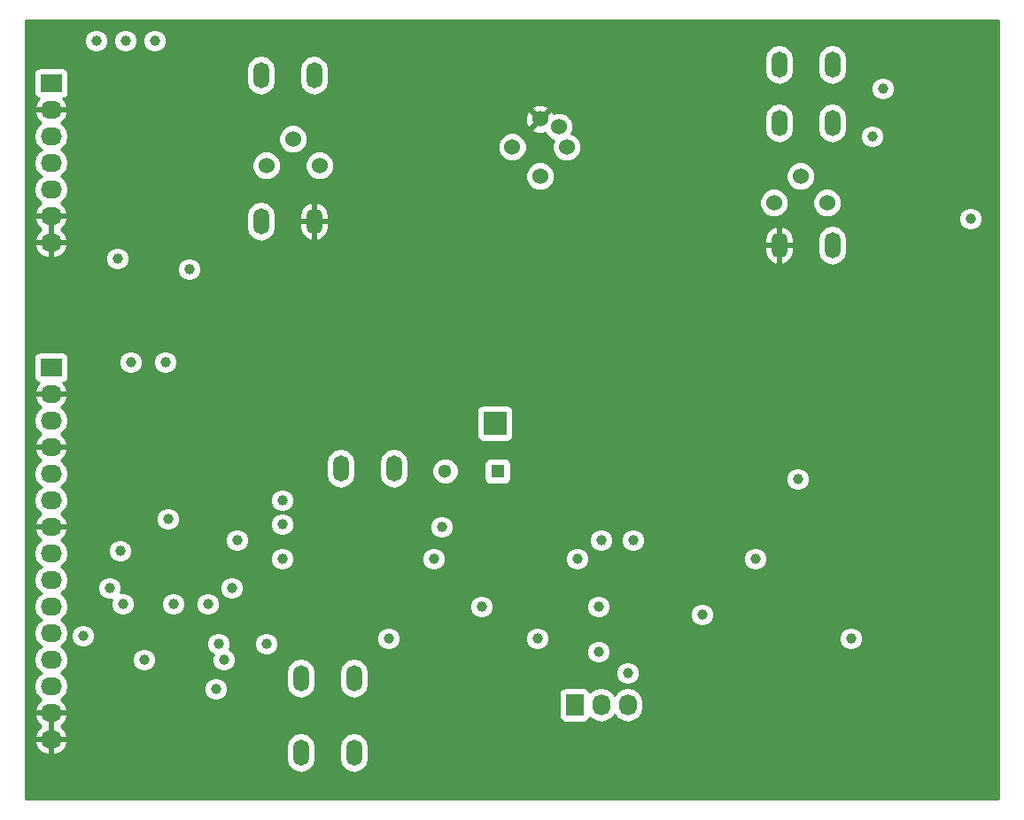
<source format=gbr>
G04 #@! TF.FileFunction,Copper,L2,Inr,Signal*
%FSLAX46Y46*%
G04 Gerber Fmt 4.6, Leading zero omitted, Abs format (unit mm)*
G04 Created by KiCad (PCBNEW 4.0.4+dfsg1-stable) date Sun Jan 22 10:37:54 2017*
%MOMM*%
%LPD*%
G01*
G04 APERTURE LIST*
%ADD10C,0.100000*%
%ADD11R,2.032000X1.727200*%
%ADD12O,2.032000X1.727200*%
%ADD13C,1.524000*%
%ADD14O,1.501140X2.499360*%
%ADD15R,1.727200X2.032000*%
%ADD16O,1.727200X2.032000*%
%ADD17R,2.235200X2.235200*%
%ADD18R,1.300000X1.300000*%
%ADD19C,1.300000*%
%ADD20C,1.000000*%
%ADD21C,0.254000*%
G04 APERTURE END LIST*
D10*
D11*
X43942000Y-35814000D03*
D12*
X43942000Y-38354000D03*
X43942000Y-40894000D03*
X43942000Y-43434000D03*
X43942000Y-45974000D03*
X43942000Y-48514000D03*
X43942000Y-51054000D03*
D13*
X67056000Y-41148000D03*
X69596000Y-43688000D03*
X64516000Y-43688000D03*
D14*
X69088000Y-35052000D03*
X64008000Y-35052000D03*
X64008000Y-49022000D03*
X69088000Y-49022000D03*
X118618000Y-34036000D03*
X113538000Y-34036000D03*
X118618000Y-39624000D03*
X113538000Y-39624000D03*
X118618000Y-51308000D03*
X113538000Y-51308000D03*
D13*
X115570000Y-44704000D03*
X118110000Y-47244000D03*
X113030000Y-47244000D03*
X88011000Y-41910000D03*
X90678000Y-44704000D03*
X93218000Y-41910000D03*
X90678000Y-39243000D03*
X92456000Y-40005000D03*
D11*
X43942000Y-62992000D03*
D12*
X43942000Y-65532000D03*
X43942000Y-68072000D03*
X43942000Y-70612000D03*
X43942000Y-73152000D03*
X43942000Y-75692000D03*
X43942000Y-78232000D03*
X43942000Y-80772000D03*
X43942000Y-83312000D03*
X43942000Y-85852000D03*
X43942000Y-88392000D03*
X43942000Y-90932000D03*
X43942000Y-93472000D03*
X43942000Y-96012000D03*
X43942000Y-98552000D03*
D15*
X93980000Y-95250000D03*
D16*
X96520000Y-95250000D03*
X99060000Y-95250000D03*
D14*
X72898000Y-92710000D03*
X67818000Y-92710000D03*
X67818000Y-99822000D03*
X72898000Y-99822000D03*
X76708000Y-72644000D03*
X71628000Y-72644000D03*
D17*
X86360000Y-68326000D03*
D18*
X86614000Y-72898000D03*
D19*
X81614000Y-72898000D03*
D20*
X59690000Y-93726000D03*
X51562000Y-62484000D03*
X115316000Y-73660000D03*
X111252000Y-81280000D03*
X94234000Y-81280000D03*
X80518000Y-81280000D03*
X66040000Y-81280000D03*
X123444000Y-36322000D03*
X122428000Y-40894000D03*
X50292000Y-52578000D03*
X51054000Y-31750000D03*
X53848000Y-31750000D03*
X76200000Y-88900000D03*
X54864000Y-62484000D03*
X120396000Y-88900000D03*
X106172000Y-86614000D03*
X55118000Y-77470000D03*
X90424000Y-88900000D03*
X131826000Y-48768000D03*
X48260000Y-31750000D03*
X57150000Y-53594000D03*
X106172000Y-89154000D03*
X54864000Y-70612000D03*
X56642000Y-96774000D03*
X120396000Y-81280000D03*
X111252000Y-88646000D03*
X86360000Y-90170000D03*
X103632000Y-81280000D03*
X94234000Y-88900000D03*
X75946000Y-81280000D03*
X71882000Y-89916000D03*
X90424000Y-81280000D03*
X80518000Y-88900000D03*
X55118000Y-79756000D03*
X57150000Y-74676000D03*
X66040000Y-88900000D03*
X131826000Y-51054000D03*
X122428000Y-49276000D03*
X60706000Y-44450000D03*
X131826000Y-40894000D03*
X50292000Y-44958000D03*
X46736000Y-38608000D03*
X64516000Y-89408000D03*
X59944000Y-89408000D03*
X96266000Y-85852000D03*
X96520000Y-79502000D03*
X96266000Y-90170000D03*
X81280000Y-78232000D03*
X58928000Y-85598000D03*
X66040000Y-77978000D03*
X85090000Y-85852000D03*
X99568000Y-79502000D03*
X99060000Y-92202000D03*
X50800000Y-85598000D03*
X55626000Y-85598000D03*
X49530000Y-84074000D03*
X61214000Y-84074000D03*
X50546000Y-80518000D03*
X46990000Y-88646000D03*
X52832000Y-90932000D03*
X60452000Y-90932000D03*
X66040000Y-75692000D03*
X61722000Y-79502000D03*
D21*
G36*
X134493000Y-104267000D02*
X41529000Y-104267000D01*
X41529000Y-98911026D01*
X42334642Y-98911026D01*
X42337291Y-98926791D01*
X42591268Y-99454036D01*
X43027680Y-99843954D01*
X43580087Y-100037184D01*
X43815000Y-99892924D01*
X43815000Y-98679000D01*
X44069000Y-98679000D01*
X44069000Y-99892924D01*
X44303913Y-100037184D01*
X44856320Y-99843954D01*
X45292732Y-99454036D01*
X45373691Y-99285967D01*
X66432430Y-99285967D01*
X66432430Y-100358033D01*
X66537900Y-100888268D01*
X66838254Y-101337779D01*
X67287765Y-101638133D01*
X67818000Y-101743603D01*
X68348235Y-101638133D01*
X68797746Y-101337779D01*
X69098100Y-100888268D01*
X69203570Y-100358033D01*
X69203570Y-99285967D01*
X71512430Y-99285967D01*
X71512430Y-100358033D01*
X71617900Y-100888268D01*
X71918254Y-101337779D01*
X72367765Y-101638133D01*
X72898000Y-101743603D01*
X73428235Y-101638133D01*
X73877746Y-101337779D01*
X74178100Y-100888268D01*
X74283570Y-100358033D01*
X74283570Y-99285967D01*
X74178100Y-98755732D01*
X73877746Y-98306221D01*
X73428235Y-98005867D01*
X72898000Y-97900397D01*
X72367765Y-98005867D01*
X71918254Y-98306221D01*
X71617900Y-98755732D01*
X71512430Y-99285967D01*
X69203570Y-99285967D01*
X69098100Y-98755732D01*
X68797746Y-98306221D01*
X68348235Y-98005867D01*
X67818000Y-97900397D01*
X67287765Y-98005867D01*
X66838254Y-98306221D01*
X66537900Y-98755732D01*
X66432430Y-99285967D01*
X45373691Y-99285967D01*
X45546709Y-98926791D01*
X45549358Y-98911026D01*
X45428217Y-98679000D01*
X44069000Y-98679000D01*
X43815000Y-98679000D01*
X42455783Y-98679000D01*
X42334642Y-98911026D01*
X41529000Y-98911026D01*
X41529000Y-96371026D01*
X42334642Y-96371026D01*
X42337291Y-96386791D01*
X42591268Y-96914036D01*
X43003108Y-97282000D01*
X42591268Y-97649964D01*
X42337291Y-98177209D01*
X42334642Y-98192974D01*
X42455783Y-98425000D01*
X43815000Y-98425000D01*
X43815000Y-96139000D01*
X44069000Y-96139000D01*
X44069000Y-98425000D01*
X45428217Y-98425000D01*
X45549358Y-98192974D01*
X45546709Y-98177209D01*
X45292732Y-97649964D01*
X44880892Y-97282000D01*
X45292732Y-96914036D01*
X45546709Y-96386791D01*
X45549358Y-96371026D01*
X45428217Y-96139000D01*
X44069000Y-96139000D01*
X43815000Y-96139000D01*
X42455783Y-96139000D01*
X42334642Y-96371026D01*
X41529000Y-96371026D01*
X41529000Y-80772000D01*
X42258655Y-80772000D01*
X42372729Y-81345489D01*
X42697585Y-81831670D01*
X43012366Y-82042000D01*
X42697585Y-82252330D01*
X42372729Y-82738511D01*
X42258655Y-83312000D01*
X42372729Y-83885489D01*
X42697585Y-84371670D01*
X43012366Y-84582000D01*
X42697585Y-84792330D01*
X42372729Y-85278511D01*
X42258655Y-85852000D01*
X42372729Y-86425489D01*
X42697585Y-86911670D01*
X43012366Y-87122000D01*
X42697585Y-87332330D01*
X42372729Y-87818511D01*
X42258655Y-88392000D01*
X42372729Y-88965489D01*
X42697585Y-89451670D01*
X43012366Y-89662000D01*
X42697585Y-89872330D01*
X42372729Y-90358511D01*
X42258655Y-90932000D01*
X42372729Y-91505489D01*
X42697585Y-91991670D01*
X43012366Y-92202000D01*
X42697585Y-92412330D01*
X42372729Y-92898511D01*
X42258655Y-93472000D01*
X42372729Y-94045489D01*
X42697585Y-94531670D01*
X43007069Y-94738461D01*
X42591268Y-95109964D01*
X42337291Y-95637209D01*
X42334642Y-95652974D01*
X42455783Y-95885000D01*
X43815000Y-95885000D01*
X43815000Y-95865000D01*
X44069000Y-95865000D01*
X44069000Y-95885000D01*
X45428217Y-95885000D01*
X45549358Y-95652974D01*
X45546709Y-95637209D01*
X45292732Y-95109964D01*
X44876931Y-94738461D01*
X45186415Y-94531670D01*
X45511271Y-94045489D01*
X45530110Y-93950775D01*
X58554803Y-93950775D01*
X58727233Y-94368086D01*
X59046235Y-94687645D01*
X59463244Y-94860803D01*
X59914775Y-94861197D01*
X60332086Y-94688767D01*
X60651645Y-94369765D01*
X60824803Y-93952756D01*
X60825197Y-93501225D01*
X60652767Y-93083914D01*
X60333765Y-92764355D01*
X59916756Y-92591197D01*
X59465225Y-92590803D01*
X59047914Y-92763233D01*
X58728355Y-93082235D01*
X58555197Y-93499244D01*
X58554803Y-93950775D01*
X45530110Y-93950775D01*
X45625345Y-93472000D01*
X45511271Y-92898511D01*
X45186415Y-92412330D01*
X44871634Y-92202000D01*
X44913588Y-92173967D01*
X66432430Y-92173967D01*
X66432430Y-93246033D01*
X66537900Y-93776268D01*
X66838254Y-94225779D01*
X67287765Y-94526133D01*
X67818000Y-94631603D01*
X68348235Y-94526133D01*
X68797746Y-94225779D01*
X69098100Y-93776268D01*
X69203570Y-93246033D01*
X69203570Y-92173967D01*
X71512430Y-92173967D01*
X71512430Y-93246033D01*
X71617900Y-93776268D01*
X71918254Y-94225779D01*
X72367765Y-94526133D01*
X72898000Y-94631603D01*
X73428235Y-94526133D01*
X73865442Y-94234000D01*
X92468960Y-94234000D01*
X92468960Y-96266000D01*
X92513238Y-96501317D01*
X92652310Y-96717441D01*
X92864510Y-96862431D01*
X93116400Y-96913440D01*
X94843600Y-96913440D01*
X95078917Y-96869162D01*
X95295041Y-96730090D01*
X95440031Y-96517890D01*
X95448400Y-96476561D01*
X95460330Y-96494415D01*
X95946511Y-96819271D01*
X96520000Y-96933345D01*
X97093489Y-96819271D01*
X97579670Y-96494415D01*
X97790000Y-96179634D01*
X98000330Y-96494415D01*
X98486511Y-96819271D01*
X99060000Y-96933345D01*
X99633489Y-96819271D01*
X100119670Y-96494415D01*
X100444526Y-96008234D01*
X100558600Y-95434745D01*
X100558600Y-95065255D01*
X100444526Y-94491766D01*
X100119670Y-94005585D01*
X99633489Y-93680729D01*
X99060000Y-93566655D01*
X98486511Y-93680729D01*
X98000330Y-94005585D01*
X97790000Y-94320366D01*
X97579670Y-94005585D01*
X97093489Y-93680729D01*
X96520000Y-93566655D01*
X95946511Y-93680729D01*
X95460330Y-94005585D01*
X95450757Y-94019913D01*
X95446762Y-93998683D01*
X95307690Y-93782559D01*
X95095490Y-93637569D01*
X94843600Y-93586560D01*
X93116400Y-93586560D01*
X92881083Y-93630838D01*
X92664959Y-93769910D01*
X92519969Y-93982110D01*
X92468960Y-94234000D01*
X73865442Y-94234000D01*
X73877746Y-94225779D01*
X74178100Y-93776268D01*
X74283570Y-93246033D01*
X74283570Y-92426775D01*
X97924803Y-92426775D01*
X98097233Y-92844086D01*
X98416235Y-93163645D01*
X98833244Y-93336803D01*
X99284775Y-93337197D01*
X99702086Y-93164767D01*
X100021645Y-92845765D01*
X100194803Y-92428756D01*
X100195197Y-91977225D01*
X100022767Y-91559914D01*
X99703765Y-91240355D01*
X99286756Y-91067197D01*
X98835225Y-91066803D01*
X98417914Y-91239233D01*
X98098355Y-91558235D01*
X97925197Y-91975244D01*
X97924803Y-92426775D01*
X74283570Y-92426775D01*
X74283570Y-92173967D01*
X74178100Y-91643732D01*
X73877746Y-91194221D01*
X73428235Y-90893867D01*
X72898000Y-90788397D01*
X72367765Y-90893867D01*
X71918254Y-91194221D01*
X71617900Y-91643732D01*
X71512430Y-92173967D01*
X69203570Y-92173967D01*
X69098100Y-91643732D01*
X68797746Y-91194221D01*
X68348235Y-90893867D01*
X67818000Y-90788397D01*
X67287765Y-90893867D01*
X66838254Y-91194221D01*
X66537900Y-91643732D01*
X66432430Y-92173967D01*
X44913588Y-92173967D01*
X45186415Y-91991670D01*
X45511271Y-91505489D01*
X45580634Y-91156775D01*
X51696803Y-91156775D01*
X51869233Y-91574086D01*
X52188235Y-91893645D01*
X52605244Y-92066803D01*
X53056775Y-92067197D01*
X53474086Y-91894767D01*
X53793645Y-91575765D01*
X53966803Y-91158756D01*
X53967197Y-90707225D01*
X53794767Y-90289914D01*
X53475765Y-89970355D01*
X53058756Y-89797197D01*
X52607225Y-89796803D01*
X52189914Y-89969233D01*
X51870355Y-90288235D01*
X51697197Y-90705244D01*
X51696803Y-91156775D01*
X45580634Y-91156775D01*
X45625345Y-90932000D01*
X45511271Y-90358511D01*
X45186415Y-89872330D01*
X44871634Y-89662000D01*
X45186415Y-89451670D01*
X45511271Y-88965489D01*
X45530110Y-88870775D01*
X45854803Y-88870775D01*
X46027233Y-89288086D01*
X46346235Y-89607645D01*
X46763244Y-89780803D01*
X47214775Y-89781197D01*
X47573982Y-89632775D01*
X58808803Y-89632775D01*
X58981233Y-90050086D01*
X59300235Y-90369645D01*
X59433562Y-90425007D01*
X59317197Y-90705244D01*
X59316803Y-91156775D01*
X59489233Y-91574086D01*
X59808235Y-91893645D01*
X60225244Y-92066803D01*
X60676775Y-92067197D01*
X61094086Y-91894767D01*
X61413645Y-91575765D01*
X61586803Y-91158756D01*
X61587197Y-90707225D01*
X61414767Y-90289914D01*
X61095765Y-89970355D01*
X60962438Y-89914993D01*
X61078803Y-89634756D01*
X61078804Y-89632775D01*
X63380803Y-89632775D01*
X63553233Y-90050086D01*
X63872235Y-90369645D01*
X64289244Y-90542803D01*
X64740775Y-90543197D01*
X65099982Y-90394775D01*
X95130803Y-90394775D01*
X95303233Y-90812086D01*
X95622235Y-91131645D01*
X96039244Y-91304803D01*
X96490775Y-91305197D01*
X96908086Y-91132767D01*
X97227645Y-90813765D01*
X97400803Y-90396756D01*
X97401197Y-89945225D01*
X97228767Y-89527914D01*
X96909765Y-89208355D01*
X96708483Y-89124775D01*
X119260803Y-89124775D01*
X119433233Y-89542086D01*
X119752235Y-89861645D01*
X120169244Y-90034803D01*
X120620775Y-90035197D01*
X121038086Y-89862767D01*
X121357645Y-89543765D01*
X121530803Y-89126756D01*
X121531197Y-88675225D01*
X121358767Y-88257914D01*
X121039765Y-87938355D01*
X120622756Y-87765197D01*
X120171225Y-87764803D01*
X119753914Y-87937233D01*
X119434355Y-88256235D01*
X119261197Y-88673244D01*
X119260803Y-89124775D01*
X96708483Y-89124775D01*
X96492756Y-89035197D01*
X96041225Y-89034803D01*
X95623914Y-89207233D01*
X95304355Y-89526235D01*
X95131197Y-89943244D01*
X95130803Y-90394775D01*
X65099982Y-90394775D01*
X65158086Y-90370767D01*
X65477645Y-90051765D01*
X65650803Y-89634756D01*
X65651197Y-89183225D01*
X65627046Y-89124775D01*
X75064803Y-89124775D01*
X75237233Y-89542086D01*
X75556235Y-89861645D01*
X75973244Y-90034803D01*
X76424775Y-90035197D01*
X76842086Y-89862767D01*
X77161645Y-89543765D01*
X77334803Y-89126756D01*
X77334804Y-89124775D01*
X89288803Y-89124775D01*
X89461233Y-89542086D01*
X89780235Y-89861645D01*
X90197244Y-90034803D01*
X90648775Y-90035197D01*
X91066086Y-89862767D01*
X91385645Y-89543765D01*
X91558803Y-89126756D01*
X91559197Y-88675225D01*
X91386767Y-88257914D01*
X91067765Y-87938355D01*
X90650756Y-87765197D01*
X90199225Y-87764803D01*
X89781914Y-87937233D01*
X89462355Y-88256235D01*
X89289197Y-88673244D01*
X89288803Y-89124775D01*
X77334804Y-89124775D01*
X77335197Y-88675225D01*
X77162767Y-88257914D01*
X76843765Y-87938355D01*
X76426756Y-87765197D01*
X75975225Y-87764803D01*
X75557914Y-87937233D01*
X75238355Y-88256235D01*
X75065197Y-88673244D01*
X75064803Y-89124775D01*
X65627046Y-89124775D01*
X65478767Y-88765914D01*
X65159765Y-88446355D01*
X64742756Y-88273197D01*
X64291225Y-88272803D01*
X63873914Y-88445233D01*
X63554355Y-88764235D01*
X63381197Y-89181244D01*
X63380803Y-89632775D01*
X61078804Y-89632775D01*
X61079197Y-89183225D01*
X60906767Y-88765914D01*
X60587765Y-88446355D01*
X60170756Y-88273197D01*
X59719225Y-88272803D01*
X59301914Y-88445233D01*
X58982355Y-88764235D01*
X58809197Y-89181244D01*
X58808803Y-89632775D01*
X47573982Y-89632775D01*
X47632086Y-89608767D01*
X47951645Y-89289765D01*
X48124803Y-88872756D01*
X48125197Y-88421225D01*
X47952767Y-88003914D01*
X47633765Y-87684355D01*
X47216756Y-87511197D01*
X46765225Y-87510803D01*
X46347914Y-87683233D01*
X46028355Y-88002235D01*
X45855197Y-88419244D01*
X45854803Y-88870775D01*
X45530110Y-88870775D01*
X45625345Y-88392000D01*
X45511271Y-87818511D01*
X45186415Y-87332330D01*
X44871634Y-87122000D01*
X45186415Y-86911670D01*
X45511271Y-86425489D01*
X45625345Y-85852000D01*
X45511271Y-85278511D01*
X45186415Y-84792330D01*
X44871634Y-84582000D01*
X45186415Y-84371670D01*
X45235121Y-84298775D01*
X48394803Y-84298775D01*
X48567233Y-84716086D01*
X48886235Y-85035645D01*
X49303244Y-85208803D01*
X49732493Y-85209178D01*
X49665197Y-85371244D01*
X49664803Y-85822775D01*
X49837233Y-86240086D01*
X50156235Y-86559645D01*
X50573244Y-86732803D01*
X51024775Y-86733197D01*
X51442086Y-86560767D01*
X51761645Y-86241765D01*
X51934803Y-85824756D01*
X51934804Y-85822775D01*
X54490803Y-85822775D01*
X54663233Y-86240086D01*
X54982235Y-86559645D01*
X55399244Y-86732803D01*
X55850775Y-86733197D01*
X56268086Y-86560767D01*
X56587645Y-86241765D01*
X56760803Y-85824756D01*
X56760804Y-85822775D01*
X57792803Y-85822775D01*
X57965233Y-86240086D01*
X58284235Y-86559645D01*
X58701244Y-86732803D01*
X59152775Y-86733197D01*
X59570086Y-86560767D01*
X59889645Y-86241765D01*
X59958155Y-86076775D01*
X83954803Y-86076775D01*
X84127233Y-86494086D01*
X84446235Y-86813645D01*
X84863244Y-86986803D01*
X85314775Y-86987197D01*
X85732086Y-86814767D01*
X86051645Y-86495765D01*
X86224803Y-86078756D01*
X86224804Y-86076775D01*
X95130803Y-86076775D01*
X95303233Y-86494086D01*
X95622235Y-86813645D01*
X96039244Y-86986803D01*
X96490775Y-86987197D01*
X96849982Y-86838775D01*
X105036803Y-86838775D01*
X105209233Y-87256086D01*
X105528235Y-87575645D01*
X105945244Y-87748803D01*
X106396775Y-87749197D01*
X106814086Y-87576767D01*
X107133645Y-87257765D01*
X107306803Y-86840756D01*
X107307197Y-86389225D01*
X107134767Y-85971914D01*
X106815765Y-85652355D01*
X106398756Y-85479197D01*
X105947225Y-85478803D01*
X105529914Y-85651233D01*
X105210355Y-85970235D01*
X105037197Y-86387244D01*
X105036803Y-86838775D01*
X96849982Y-86838775D01*
X96908086Y-86814767D01*
X97227645Y-86495765D01*
X97400803Y-86078756D01*
X97401197Y-85627225D01*
X97228767Y-85209914D01*
X96909765Y-84890355D01*
X96492756Y-84717197D01*
X96041225Y-84716803D01*
X95623914Y-84889233D01*
X95304355Y-85208235D01*
X95131197Y-85625244D01*
X95130803Y-86076775D01*
X86224804Y-86076775D01*
X86225197Y-85627225D01*
X86052767Y-85209914D01*
X85733765Y-84890355D01*
X85316756Y-84717197D01*
X84865225Y-84716803D01*
X84447914Y-84889233D01*
X84128355Y-85208235D01*
X83955197Y-85625244D01*
X83954803Y-86076775D01*
X59958155Y-86076775D01*
X60062803Y-85824756D01*
X60063197Y-85373225D01*
X59890767Y-84955914D01*
X59571765Y-84636355D01*
X59154756Y-84463197D01*
X58703225Y-84462803D01*
X58285914Y-84635233D01*
X57966355Y-84954235D01*
X57793197Y-85371244D01*
X57792803Y-85822775D01*
X56760804Y-85822775D01*
X56761197Y-85373225D01*
X56588767Y-84955914D01*
X56269765Y-84636355D01*
X55852756Y-84463197D01*
X55401225Y-84462803D01*
X54983914Y-84635233D01*
X54664355Y-84954235D01*
X54491197Y-85371244D01*
X54490803Y-85822775D01*
X51934804Y-85822775D01*
X51935197Y-85373225D01*
X51762767Y-84955914D01*
X51443765Y-84636355D01*
X51026756Y-84463197D01*
X50597507Y-84462822D01*
X50664803Y-84300756D01*
X50664804Y-84298775D01*
X60078803Y-84298775D01*
X60251233Y-84716086D01*
X60570235Y-85035645D01*
X60987244Y-85208803D01*
X61438775Y-85209197D01*
X61856086Y-85036767D01*
X62175645Y-84717765D01*
X62348803Y-84300756D01*
X62349197Y-83849225D01*
X62176767Y-83431914D01*
X61857765Y-83112355D01*
X61440756Y-82939197D01*
X60989225Y-82938803D01*
X60571914Y-83111233D01*
X60252355Y-83430235D01*
X60079197Y-83847244D01*
X60078803Y-84298775D01*
X50664804Y-84298775D01*
X50665197Y-83849225D01*
X50492767Y-83431914D01*
X50173765Y-83112355D01*
X49756756Y-82939197D01*
X49305225Y-82938803D01*
X48887914Y-83111233D01*
X48568355Y-83430235D01*
X48395197Y-83847244D01*
X48394803Y-84298775D01*
X45235121Y-84298775D01*
X45511271Y-83885489D01*
X45625345Y-83312000D01*
X45511271Y-82738511D01*
X45186415Y-82252330D01*
X44871634Y-82042000D01*
X45186415Y-81831670D01*
X45511271Y-81345489D01*
X45625345Y-80772000D01*
X45619532Y-80742775D01*
X49410803Y-80742775D01*
X49583233Y-81160086D01*
X49902235Y-81479645D01*
X50319244Y-81652803D01*
X50770775Y-81653197D01*
X51129982Y-81504775D01*
X64904803Y-81504775D01*
X65077233Y-81922086D01*
X65396235Y-82241645D01*
X65813244Y-82414803D01*
X66264775Y-82415197D01*
X66682086Y-82242767D01*
X67001645Y-81923765D01*
X67174803Y-81506756D01*
X67174804Y-81504775D01*
X79382803Y-81504775D01*
X79555233Y-81922086D01*
X79874235Y-82241645D01*
X80291244Y-82414803D01*
X80742775Y-82415197D01*
X81160086Y-82242767D01*
X81479645Y-81923765D01*
X81652803Y-81506756D01*
X81652804Y-81504775D01*
X93098803Y-81504775D01*
X93271233Y-81922086D01*
X93590235Y-82241645D01*
X94007244Y-82414803D01*
X94458775Y-82415197D01*
X94876086Y-82242767D01*
X95195645Y-81923765D01*
X95368803Y-81506756D01*
X95368804Y-81504775D01*
X110116803Y-81504775D01*
X110289233Y-81922086D01*
X110608235Y-82241645D01*
X111025244Y-82414803D01*
X111476775Y-82415197D01*
X111894086Y-82242767D01*
X112213645Y-81923765D01*
X112386803Y-81506756D01*
X112387197Y-81055225D01*
X112214767Y-80637914D01*
X111895765Y-80318355D01*
X111478756Y-80145197D01*
X111027225Y-80144803D01*
X110609914Y-80317233D01*
X110290355Y-80636235D01*
X110117197Y-81053244D01*
X110116803Y-81504775D01*
X95368804Y-81504775D01*
X95369197Y-81055225D01*
X95196767Y-80637914D01*
X94877765Y-80318355D01*
X94460756Y-80145197D01*
X94009225Y-80144803D01*
X93591914Y-80317233D01*
X93272355Y-80636235D01*
X93099197Y-81053244D01*
X93098803Y-81504775D01*
X81652804Y-81504775D01*
X81653197Y-81055225D01*
X81480767Y-80637914D01*
X81161765Y-80318355D01*
X80744756Y-80145197D01*
X80293225Y-80144803D01*
X79875914Y-80317233D01*
X79556355Y-80636235D01*
X79383197Y-81053244D01*
X79382803Y-81504775D01*
X67174804Y-81504775D01*
X67175197Y-81055225D01*
X67002767Y-80637914D01*
X66683765Y-80318355D01*
X66266756Y-80145197D01*
X65815225Y-80144803D01*
X65397914Y-80317233D01*
X65078355Y-80636235D01*
X64905197Y-81053244D01*
X64904803Y-81504775D01*
X51129982Y-81504775D01*
X51188086Y-81480767D01*
X51507645Y-81161765D01*
X51680803Y-80744756D01*
X51681197Y-80293225D01*
X51508767Y-79875914D01*
X51359888Y-79726775D01*
X60586803Y-79726775D01*
X60759233Y-80144086D01*
X61078235Y-80463645D01*
X61495244Y-80636803D01*
X61946775Y-80637197D01*
X62364086Y-80464767D01*
X62683645Y-80145765D01*
X62856803Y-79728756D01*
X62856804Y-79726775D01*
X95384803Y-79726775D01*
X95557233Y-80144086D01*
X95876235Y-80463645D01*
X96293244Y-80636803D01*
X96744775Y-80637197D01*
X97162086Y-80464767D01*
X97481645Y-80145765D01*
X97654803Y-79728756D01*
X97654804Y-79726775D01*
X98432803Y-79726775D01*
X98605233Y-80144086D01*
X98924235Y-80463645D01*
X99341244Y-80636803D01*
X99792775Y-80637197D01*
X100210086Y-80464767D01*
X100529645Y-80145765D01*
X100702803Y-79728756D01*
X100703197Y-79277225D01*
X100530767Y-78859914D01*
X100211765Y-78540355D01*
X99794756Y-78367197D01*
X99343225Y-78366803D01*
X98925914Y-78539233D01*
X98606355Y-78858235D01*
X98433197Y-79275244D01*
X98432803Y-79726775D01*
X97654804Y-79726775D01*
X97655197Y-79277225D01*
X97482767Y-78859914D01*
X97163765Y-78540355D01*
X96746756Y-78367197D01*
X96295225Y-78366803D01*
X95877914Y-78539233D01*
X95558355Y-78858235D01*
X95385197Y-79275244D01*
X95384803Y-79726775D01*
X62856804Y-79726775D01*
X62857197Y-79277225D01*
X62684767Y-78859914D01*
X62365765Y-78540355D01*
X61948756Y-78367197D01*
X61497225Y-78366803D01*
X61079914Y-78539233D01*
X60760355Y-78858235D01*
X60587197Y-79275244D01*
X60586803Y-79726775D01*
X51359888Y-79726775D01*
X51189765Y-79556355D01*
X50772756Y-79383197D01*
X50321225Y-79382803D01*
X49903914Y-79555233D01*
X49584355Y-79874235D01*
X49411197Y-80291244D01*
X49410803Y-80742775D01*
X45619532Y-80742775D01*
X45511271Y-80198511D01*
X45186415Y-79712330D01*
X44876931Y-79505539D01*
X45292732Y-79134036D01*
X45546709Y-78606791D01*
X45549358Y-78591026D01*
X45428217Y-78359000D01*
X44069000Y-78359000D01*
X44069000Y-78379000D01*
X43815000Y-78379000D01*
X43815000Y-78359000D01*
X42455783Y-78359000D01*
X42334642Y-78591026D01*
X42337291Y-78606791D01*
X42591268Y-79134036D01*
X43007069Y-79505539D01*
X42697585Y-79712330D01*
X42372729Y-80198511D01*
X42258655Y-80772000D01*
X41529000Y-80772000D01*
X41529000Y-73152000D01*
X42258655Y-73152000D01*
X42372729Y-73725489D01*
X42697585Y-74211670D01*
X43012366Y-74422000D01*
X42697585Y-74632330D01*
X42372729Y-75118511D01*
X42258655Y-75692000D01*
X42372729Y-76265489D01*
X42697585Y-76751670D01*
X43007069Y-76958461D01*
X42591268Y-77329964D01*
X42337291Y-77857209D01*
X42334642Y-77872974D01*
X42455783Y-78105000D01*
X43815000Y-78105000D01*
X43815000Y-78085000D01*
X44069000Y-78085000D01*
X44069000Y-78105000D01*
X45428217Y-78105000D01*
X45549358Y-77872974D01*
X45546709Y-77857209D01*
X45468464Y-77694775D01*
X53982803Y-77694775D01*
X54155233Y-78112086D01*
X54474235Y-78431645D01*
X54891244Y-78604803D01*
X55342775Y-78605197D01*
X55760086Y-78432767D01*
X55990479Y-78202775D01*
X64904803Y-78202775D01*
X65077233Y-78620086D01*
X65396235Y-78939645D01*
X65813244Y-79112803D01*
X66264775Y-79113197D01*
X66682086Y-78940767D01*
X67001645Y-78621765D01*
X67070155Y-78456775D01*
X80144803Y-78456775D01*
X80317233Y-78874086D01*
X80636235Y-79193645D01*
X81053244Y-79366803D01*
X81504775Y-79367197D01*
X81922086Y-79194767D01*
X82241645Y-78875765D01*
X82414803Y-78458756D01*
X82415197Y-78007225D01*
X82242767Y-77589914D01*
X81923765Y-77270355D01*
X81506756Y-77097197D01*
X81055225Y-77096803D01*
X80637914Y-77269233D01*
X80318355Y-77588235D01*
X80145197Y-78005244D01*
X80144803Y-78456775D01*
X67070155Y-78456775D01*
X67174803Y-78204756D01*
X67175197Y-77753225D01*
X67002767Y-77335914D01*
X66683765Y-77016355D01*
X66266756Y-76843197D01*
X65815225Y-76842803D01*
X65397914Y-77015233D01*
X65078355Y-77334235D01*
X64905197Y-77751244D01*
X64904803Y-78202775D01*
X55990479Y-78202775D01*
X56079645Y-78113765D01*
X56252803Y-77696756D01*
X56253197Y-77245225D01*
X56080767Y-76827914D01*
X55761765Y-76508355D01*
X55344756Y-76335197D01*
X54893225Y-76334803D01*
X54475914Y-76507233D01*
X54156355Y-76826235D01*
X53983197Y-77243244D01*
X53982803Y-77694775D01*
X45468464Y-77694775D01*
X45292732Y-77329964D01*
X44876931Y-76958461D01*
X45186415Y-76751670D01*
X45511271Y-76265489D01*
X45580634Y-75916775D01*
X64904803Y-75916775D01*
X65077233Y-76334086D01*
X65396235Y-76653645D01*
X65813244Y-76826803D01*
X66264775Y-76827197D01*
X66682086Y-76654767D01*
X67001645Y-76335765D01*
X67174803Y-75918756D01*
X67175197Y-75467225D01*
X67002767Y-75049914D01*
X66683765Y-74730355D01*
X66266756Y-74557197D01*
X65815225Y-74556803D01*
X65397914Y-74729233D01*
X65078355Y-75048235D01*
X64905197Y-75465244D01*
X64904803Y-75916775D01*
X45580634Y-75916775D01*
X45625345Y-75692000D01*
X45511271Y-75118511D01*
X45186415Y-74632330D01*
X44871634Y-74422000D01*
X45186415Y-74211670D01*
X45511271Y-73725489D01*
X45625345Y-73152000D01*
X45511271Y-72578511D01*
X45196864Y-72107967D01*
X70242430Y-72107967D01*
X70242430Y-73180033D01*
X70347900Y-73710268D01*
X70648254Y-74159779D01*
X71097765Y-74460133D01*
X71628000Y-74565603D01*
X72158235Y-74460133D01*
X72607746Y-74159779D01*
X72908100Y-73710268D01*
X73013570Y-73180033D01*
X73013570Y-72107967D01*
X75322430Y-72107967D01*
X75322430Y-73180033D01*
X75427900Y-73710268D01*
X75728254Y-74159779D01*
X76177765Y-74460133D01*
X76708000Y-74565603D01*
X77238235Y-74460133D01*
X77687746Y-74159779D01*
X77988100Y-73710268D01*
X78093570Y-73180033D01*
X78093570Y-73152481D01*
X80328777Y-73152481D01*
X80523995Y-73624943D01*
X80885155Y-73986735D01*
X81357276Y-74182777D01*
X81868481Y-74183223D01*
X82340943Y-73988005D01*
X82702735Y-73626845D01*
X82898777Y-73154724D01*
X82899223Y-72643519D01*
X82735798Y-72248000D01*
X85316560Y-72248000D01*
X85316560Y-73548000D01*
X85360838Y-73783317D01*
X85499910Y-73999441D01*
X85712110Y-74144431D01*
X85964000Y-74195440D01*
X87264000Y-74195440D01*
X87499317Y-74151162D01*
X87715441Y-74012090D01*
X87802431Y-73884775D01*
X114180803Y-73884775D01*
X114353233Y-74302086D01*
X114672235Y-74621645D01*
X115089244Y-74794803D01*
X115540775Y-74795197D01*
X115958086Y-74622767D01*
X116277645Y-74303765D01*
X116450803Y-73886756D01*
X116451197Y-73435225D01*
X116278767Y-73017914D01*
X115959765Y-72698355D01*
X115542756Y-72525197D01*
X115091225Y-72524803D01*
X114673914Y-72697233D01*
X114354355Y-73016235D01*
X114181197Y-73433244D01*
X114180803Y-73884775D01*
X87802431Y-73884775D01*
X87860431Y-73799890D01*
X87911440Y-73548000D01*
X87911440Y-72248000D01*
X87867162Y-72012683D01*
X87728090Y-71796559D01*
X87515890Y-71651569D01*
X87264000Y-71600560D01*
X85964000Y-71600560D01*
X85728683Y-71644838D01*
X85512559Y-71783910D01*
X85367569Y-71996110D01*
X85316560Y-72248000D01*
X82735798Y-72248000D01*
X82704005Y-72171057D01*
X82342845Y-71809265D01*
X81870724Y-71613223D01*
X81359519Y-71612777D01*
X80887057Y-71807995D01*
X80525265Y-72169155D01*
X80329223Y-72641276D01*
X80328777Y-73152481D01*
X78093570Y-73152481D01*
X78093570Y-72107967D01*
X77988100Y-71577732D01*
X77687746Y-71128221D01*
X77238235Y-70827867D01*
X76708000Y-70722397D01*
X76177765Y-70827867D01*
X75728254Y-71128221D01*
X75427900Y-71577732D01*
X75322430Y-72107967D01*
X73013570Y-72107967D01*
X72908100Y-71577732D01*
X72607746Y-71128221D01*
X72158235Y-70827867D01*
X71628000Y-70722397D01*
X71097765Y-70827867D01*
X70648254Y-71128221D01*
X70347900Y-71577732D01*
X70242430Y-72107967D01*
X45196864Y-72107967D01*
X45186415Y-72092330D01*
X44876931Y-71885539D01*
X45292732Y-71514036D01*
X45546709Y-70986791D01*
X45549358Y-70971026D01*
X45428217Y-70739000D01*
X44069000Y-70739000D01*
X44069000Y-70759000D01*
X43815000Y-70759000D01*
X43815000Y-70739000D01*
X42455783Y-70739000D01*
X42334642Y-70971026D01*
X42337291Y-70986791D01*
X42591268Y-71514036D01*
X43007069Y-71885539D01*
X42697585Y-72092330D01*
X42372729Y-72578511D01*
X42258655Y-73152000D01*
X41529000Y-73152000D01*
X41529000Y-68072000D01*
X42258655Y-68072000D01*
X42372729Y-68645489D01*
X42697585Y-69131670D01*
X43007069Y-69338461D01*
X42591268Y-69709964D01*
X42337291Y-70237209D01*
X42334642Y-70252974D01*
X42455783Y-70485000D01*
X43815000Y-70485000D01*
X43815000Y-70465000D01*
X44069000Y-70465000D01*
X44069000Y-70485000D01*
X45428217Y-70485000D01*
X45549358Y-70252974D01*
X45546709Y-70237209D01*
X45292732Y-69709964D01*
X44876931Y-69338461D01*
X45186415Y-69131670D01*
X45511271Y-68645489D01*
X45625345Y-68072000D01*
X45511271Y-67498511D01*
X45317425Y-67208400D01*
X84594960Y-67208400D01*
X84594960Y-69443600D01*
X84639238Y-69678917D01*
X84778310Y-69895041D01*
X84990510Y-70040031D01*
X85242400Y-70091040D01*
X87477600Y-70091040D01*
X87712917Y-70046762D01*
X87929041Y-69907690D01*
X88074031Y-69695490D01*
X88125040Y-69443600D01*
X88125040Y-67208400D01*
X88080762Y-66973083D01*
X87941690Y-66756959D01*
X87729490Y-66611969D01*
X87477600Y-66560960D01*
X85242400Y-66560960D01*
X85007083Y-66605238D01*
X84790959Y-66744310D01*
X84645969Y-66956510D01*
X84594960Y-67208400D01*
X45317425Y-67208400D01*
X45186415Y-67012330D01*
X44876931Y-66805539D01*
X45292732Y-66434036D01*
X45546709Y-65906791D01*
X45549358Y-65891026D01*
X45428217Y-65659000D01*
X44069000Y-65659000D01*
X44069000Y-65679000D01*
X43815000Y-65679000D01*
X43815000Y-65659000D01*
X42455783Y-65659000D01*
X42334642Y-65891026D01*
X42337291Y-65906791D01*
X42591268Y-66434036D01*
X43007069Y-66805539D01*
X42697585Y-67012330D01*
X42372729Y-67498511D01*
X42258655Y-68072000D01*
X41529000Y-68072000D01*
X41529000Y-62128400D01*
X42278560Y-62128400D01*
X42278560Y-63855600D01*
X42322838Y-64090917D01*
X42461910Y-64307041D01*
X42674110Y-64452031D01*
X42768927Y-64471232D01*
X42591268Y-64629964D01*
X42337291Y-65157209D01*
X42334642Y-65172974D01*
X42455783Y-65405000D01*
X43815000Y-65405000D01*
X43815000Y-65385000D01*
X44069000Y-65385000D01*
X44069000Y-65405000D01*
X45428217Y-65405000D01*
X45549358Y-65172974D01*
X45546709Y-65157209D01*
X45292732Y-64629964D01*
X45117155Y-64473093D01*
X45193317Y-64458762D01*
X45409441Y-64319690D01*
X45554431Y-64107490D01*
X45605440Y-63855600D01*
X45605440Y-62708775D01*
X50426803Y-62708775D01*
X50599233Y-63126086D01*
X50918235Y-63445645D01*
X51335244Y-63618803D01*
X51786775Y-63619197D01*
X52204086Y-63446767D01*
X52523645Y-63127765D01*
X52696803Y-62710756D01*
X52696804Y-62708775D01*
X53728803Y-62708775D01*
X53901233Y-63126086D01*
X54220235Y-63445645D01*
X54637244Y-63618803D01*
X55088775Y-63619197D01*
X55506086Y-63446767D01*
X55825645Y-63127765D01*
X55998803Y-62710756D01*
X55999197Y-62259225D01*
X55826767Y-61841914D01*
X55507765Y-61522355D01*
X55090756Y-61349197D01*
X54639225Y-61348803D01*
X54221914Y-61521233D01*
X53902355Y-61840235D01*
X53729197Y-62257244D01*
X53728803Y-62708775D01*
X52696804Y-62708775D01*
X52697197Y-62259225D01*
X52524767Y-61841914D01*
X52205765Y-61522355D01*
X51788756Y-61349197D01*
X51337225Y-61348803D01*
X50919914Y-61521233D01*
X50600355Y-61840235D01*
X50427197Y-62257244D01*
X50426803Y-62708775D01*
X45605440Y-62708775D01*
X45605440Y-62128400D01*
X45561162Y-61893083D01*
X45422090Y-61676959D01*
X45209890Y-61531969D01*
X44958000Y-61480960D01*
X42926000Y-61480960D01*
X42690683Y-61525238D01*
X42474559Y-61664310D01*
X42329569Y-61876510D01*
X42278560Y-62128400D01*
X41529000Y-62128400D01*
X41529000Y-53818775D01*
X56014803Y-53818775D01*
X56187233Y-54236086D01*
X56506235Y-54555645D01*
X56923244Y-54728803D01*
X57374775Y-54729197D01*
X57792086Y-54556767D01*
X58111645Y-54237765D01*
X58284803Y-53820756D01*
X58285197Y-53369225D01*
X58112767Y-52951914D01*
X57793765Y-52632355D01*
X57376756Y-52459197D01*
X56925225Y-52458803D01*
X56507914Y-52631233D01*
X56188355Y-52950235D01*
X56015197Y-53367244D01*
X56014803Y-53818775D01*
X41529000Y-53818775D01*
X41529000Y-52802775D01*
X49156803Y-52802775D01*
X49329233Y-53220086D01*
X49648235Y-53539645D01*
X50065244Y-53712803D01*
X50516775Y-53713197D01*
X50934086Y-53540767D01*
X51253645Y-53221765D01*
X51426803Y-52804756D01*
X51427197Y-52353225D01*
X51254767Y-51935914D01*
X50935765Y-51616355D01*
X50518756Y-51443197D01*
X50067225Y-51442803D01*
X49649914Y-51615233D01*
X49330355Y-51934235D01*
X49157197Y-52351244D01*
X49156803Y-52802775D01*
X41529000Y-52802775D01*
X41529000Y-51413026D01*
X42334642Y-51413026D01*
X42337291Y-51428791D01*
X42591268Y-51956036D01*
X43027680Y-52345954D01*
X43580087Y-52539184D01*
X43815000Y-52394924D01*
X43815000Y-51181000D01*
X44069000Y-51181000D01*
X44069000Y-52394924D01*
X44303913Y-52539184D01*
X44856320Y-52345954D01*
X45292732Y-51956036D01*
X45543718Y-51435000D01*
X112152430Y-51435000D01*
X112152430Y-51934110D01*
X112306501Y-52454677D01*
X112648056Y-52876658D01*
X113125097Y-53135810D01*
X113196725Y-53149993D01*
X113411000Y-53027339D01*
X113411000Y-51435000D01*
X113665000Y-51435000D01*
X113665000Y-53027339D01*
X113879275Y-53149993D01*
X113950903Y-53135810D01*
X114427944Y-52876658D01*
X114769499Y-52454677D01*
X114923570Y-51934110D01*
X114923570Y-51435000D01*
X113665000Y-51435000D01*
X113411000Y-51435000D01*
X112152430Y-51435000D01*
X45543718Y-51435000D01*
X45546709Y-51428791D01*
X45549358Y-51413026D01*
X45428217Y-51181000D01*
X44069000Y-51181000D01*
X43815000Y-51181000D01*
X42455783Y-51181000D01*
X42334642Y-51413026D01*
X41529000Y-51413026D01*
X41529000Y-48873026D01*
X42334642Y-48873026D01*
X42337291Y-48888791D01*
X42591268Y-49416036D01*
X43003108Y-49784000D01*
X42591268Y-50151964D01*
X42337291Y-50679209D01*
X42334642Y-50694974D01*
X42455783Y-50927000D01*
X43815000Y-50927000D01*
X43815000Y-48641000D01*
X44069000Y-48641000D01*
X44069000Y-50927000D01*
X45428217Y-50927000D01*
X45549358Y-50694974D01*
X45546709Y-50679209D01*
X45292732Y-50151964D01*
X44880892Y-49784000D01*
X45292732Y-49416036D01*
X45546709Y-48888791D01*
X45549358Y-48873026D01*
X45428217Y-48641000D01*
X44069000Y-48641000D01*
X43815000Y-48641000D01*
X42455783Y-48641000D01*
X42334642Y-48873026D01*
X41529000Y-48873026D01*
X41529000Y-48485967D01*
X62622430Y-48485967D01*
X62622430Y-49558033D01*
X62727900Y-50088268D01*
X63028254Y-50537779D01*
X63477765Y-50838133D01*
X64008000Y-50943603D01*
X64538235Y-50838133D01*
X64987746Y-50537779D01*
X65288100Y-50088268D01*
X65393570Y-49558033D01*
X65393570Y-49149000D01*
X67702430Y-49149000D01*
X67702430Y-49648110D01*
X67856501Y-50168677D01*
X68198056Y-50590658D01*
X68675097Y-50849810D01*
X68746725Y-50863993D01*
X68961000Y-50741339D01*
X68961000Y-49149000D01*
X69215000Y-49149000D01*
X69215000Y-50741339D01*
X69429275Y-50863993D01*
X69500903Y-50849810D01*
X69810006Y-50681890D01*
X112152430Y-50681890D01*
X112152430Y-51181000D01*
X113411000Y-51181000D01*
X113411000Y-49588661D01*
X113665000Y-49588661D01*
X113665000Y-51181000D01*
X114923570Y-51181000D01*
X114923570Y-50771967D01*
X117232430Y-50771967D01*
X117232430Y-51844033D01*
X117337900Y-52374268D01*
X117638254Y-52823779D01*
X118087765Y-53124133D01*
X118618000Y-53229603D01*
X119148235Y-53124133D01*
X119597746Y-52823779D01*
X119898100Y-52374268D01*
X120003570Y-51844033D01*
X120003570Y-50771967D01*
X119898100Y-50241732D01*
X119597746Y-49792221D01*
X119148235Y-49491867D01*
X118618000Y-49386397D01*
X118087765Y-49491867D01*
X117638254Y-49792221D01*
X117337900Y-50241732D01*
X117232430Y-50771967D01*
X114923570Y-50771967D01*
X114923570Y-50681890D01*
X114769499Y-50161323D01*
X114427944Y-49739342D01*
X113950903Y-49480190D01*
X113879275Y-49466007D01*
X113665000Y-49588661D01*
X113411000Y-49588661D01*
X113196725Y-49466007D01*
X113125097Y-49480190D01*
X112648056Y-49739342D01*
X112306501Y-50161323D01*
X112152430Y-50681890D01*
X69810006Y-50681890D01*
X69977944Y-50590658D01*
X70319499Y-50168677D01*
X70473570Y-49648110D01*
X70473570Y-49149000D01*
X69215000Y-49149000D01*
X68961000Y-49149000D01*
X67702430Y-49149000D01*
X65393570Y-49149000D01*
X65393570Y-48992775D01*
X130690803Y-48992775D01*
X130863233Y-49410086D01*
X131182235Y-49729645D01*
X131599244Y-49902803D01*
X132050775Y-49903197D01*
X132468086Y-49730767D01*
X132787645Y-49411765D01*
X132960803Y-48994756D01*
X132961197Y-48543225D01*
X132788767Y-48125914D01*
X132469765Y-47806355D01*
X132052756Y-47633197D01*
X131601225Y-47632803D01*
X131183914Y-47805233D01*
X130864355Y-48124235D01*
X130691197Y-48541244D01*
X130690803Y-48992775D01*
X65393570Y-48992775D01*
X65393570Y-48485967D01*
X65375653Y-48395890D01*
X67702430Y-48395890D01*
X67702430Y-48895000D01*
X68961000Y-48895000D01*
X68961000Y-47302661D01*
X69215000Y-47302661D01*
X69215000Y-48895000D01*
X70473570Y-48895000D01*
X70473570Y-48395890D01*
X70319499Y-47875323D01*
X70032433Y-47520661D01*
X111632758Y-47520661D01*
X111844990Y-48034303D01*
X112237630Y-48427629D01*
X112750900Y-48640757D01*
X113306661Y-48641242D01*
X113820303Y-48429010D01*
X114213629Y-48036370D01*
X114426757Y-47523100D01*
X114426759Y-47520661D01*
X116712758Y-47520661D01*
X116924990Y-48034303D01*
X117317630Y-48427629D01*
X117830900Y-48640757D01*
X118386661Y-48641242D01*
X118900303Y-48429010D01*
X119293629Y-48036370D01*
X119506757Y-47523100D01*
X119507242Y-46967339D01*
X119295010Y-46453697D01*
X118902370Y-46060371D01*
X118389100Y-45847243D01*
X117833339Y-45846758D01*
X117319697Y-46058990D01*
X116926371Y-46451630D01*
X116713243Y-46964900D01*
X116712758Y-47520661D01*
X114426759Y-47520661D01*
X114427242Y-46967339D01*
X114215010Y-46453697D01*
X113822370Y-46060371D01*
X113309100Y-45847243D01*
X112753339Y-45846758D01*
X112239697Y-46058990D01*
X111846371Y-46451630D01*
X111633243Y-46964900D01*
X111632758Y-47520661D01*
X70032433Y-47520661D01*
X69977944Y-47453342D01*
X69500903Y-47194190D01*
X69429275Y-47180007D01*
X69215000Y-47302661D01*
X68961000Y-47302661D01*
X68746725Y-47180007D01*
X68675097Y-47194190D01*
X68198056Y-47453342D01*
X67856501Y-47875323D01*
X67702430Y-48395890D01*
X65375653Y-48395890D01*
X65288100Y-47955732D01*
X64987746Y-47506221D01*
X64538235Y-47205867D01*
X64008000Y-47100397D01*
X63477765Y-47205867D01*
X63028254Y-47506221D01*
X62727900Y-47955732D01*
X62622430Y-48485967D01*
X41529000Y-48485967D01*
X41529000Y-40894000D01*
X42258655Y-40894000D01*
X42372729Y-41467489D01*
X42697585Y-41953670D01*
X43012366Y-42164000D01*
X42697585Y-42374330D01*
X42372729Y-42860511D01*
X42258655Y-43434000D01*
X42372729Y-44007489D01*
X42697585Y-44493670D01*
X43012366Y-44704000D01*
X42697585Y-44914330D01*
X42372729Y-45400511D01*
X42258655Y-45974000D01*
X42372729Y-46547489D01*
X42697585Y-47033670D01*
X43007069Y-47240461D01*
X42591268Y-47611964D01*
X42337291Y-48139209D01*
X42334642Y-48154974D01*
X42455783Y-48387000D01*
X43815000Y-48387000D01*
X43815000Y-48367000D01*
X44069000Y-48367000D01*
X44069000Y-48387000D01*
X45428217Y-48387000D01*
X45549358Y-48154974D01*
X45546709Y-48139209D01*
X45292732Y-47611964D01*
X44876931Y-47240461D01*
X45186415Y-47033670D01*
X45511271Y-46547489D01*
X45625345Y-45974000D01*
X45511271Y-45400511D01*
X45186415Y-44914330D01*
X44871634Y-44704000D01*
X45186415Y-44493670D01*
X45511271Y-44007489D01*
X45519790Y-43964661D01*
X63118758Y-43964661D01*
X63330990Y-44478303D01*
X63723630Y-44871629D01*
X64236900Y-45084757D01*
X64792661Y-45085242D01*
X65306303Y-44873010D01*
X65699629Y-44480370D01*
X65912757Y-43967100D01*
X65912759Y-43964661D01*
X68198758Y-43964661D01*
X68410990Y-44478303D01*
X68803630Y-44871629D01*
X69316900Y-45084757D01*
X69872661Y-45085242D01*
X70125767Y-44980661D01*
X89280758Y-44980661D01*
X89492990Y-45494303D01*
X89885630Y-45887629D01*
X90398900Y-46100757D01*
X90954661Y-46101242D01*
X91468303Y-45889010D01*
X91861629Y-45496370D01*
X92074757Y-44983100D01*
X92074759Y-44980661D01*
X114172758Y-44980661D01*
X114384990Y-45494303D01*
X114777630Y-45887629D01*
X115290900Y-46100757D01*
X115846661Y-46101242D01*
X116360303Y-45889010D01*
X116753629Y-45496370D01*
X116966757Y-44983100D01*
X116967242Y-44427339D01*
X116755010Y-43913697D01*
X116362370Y-43520371D01*
X115849100Y-43307243D01*
X115293339Y-43306758D01*
X114779697Y-43518990D01*
X114386371Y-43911630D01*
X114173243Y-44424900D01*
X114172758Y-44980661D01*
X92074759Y-44980661D01*
X92075242Y-44427339D01*
X91863010Y-43913697D01*
X91470370Y-43520371D01*
X90957100Y-43307243D01*
X90401339Y-43306758D01*
X89887697Y-43518990D01*
X89494371Y-43911630D01*
X89281243Y-44424900D01*
X89280758Y-44980661D01*
X70125767Y-44980661D01*
X70386303Y-44873010D01*
X70779629Y-44480370D01*
X70992757Y-43967100D01*
X70993242Y-43411339D01*
X70781010Y-42897697D01*
X70388370Y-42504371D01*
X69875100Y-42291243D01*
X69319339Y-42290758D01*
X68805697Y-42502990D01*
X68412371Y-42895630D01*
X68199243Y-43408900D01*
X68198758Y-43964661D01*
X65912759Y-43964661D01*
X65913242Y-43411339D01*
X65701010Y-42897697D01*
X65308370Y-42504371D01*
X64795100Y-42291243D01*
X64239339Y-42290758D01*
X63725697Y-42502990D01*
X63332371Y-42895630D01*
X63119243Y-43408900D01*
X63118758Y-43964661D01*
X45519790Y-43964661D01*
X45625345Y-43434000D01*
X45511271Y-42860511D01*
X45186415Y-42374330D01*
X44871634Y-42164000D01*
X45186415Y-41953670D01*
X45511271Y-41467489D01*
X45519790Y-41424661D01*
X65658758Y-41424661D01*
X65870990Y-41938303D01*
X66263630Y-42331629D01*
X66776900Y-42544757D01*
X67332661Y-42545242D01*
X67846303Y-42333010D01*
X67992907Y-42186661D01*
X86613758Y-42186661D01*
X86825990Y-42700303D01*
X87218630Y-43093629D01*
X87731900Y-43306757D01*
X88287661Y-43307242D01*
X88801303Y-43095010D01*
X89194629Y-42702370D01*
X89407757Y-42189100D01*
X89408242Y-41633339D01*
X89196010Y-41119697D01*
X88803370Y-40726371D01*
X88290100Y-40513243D01*
X87734339Y-40512758D01*
X87220697Y-40724990D01*
X86827371Y-41117630D01*
X86614243Y-41630900D01*
X86613758Y-42186661D01*
X67992907Y-42186661D01*
X68239629Y-41940370D01*
X68452757Y-41427100D01*
X68453242Y-40871339D01*
X68241010Y-40357697D01*
X68106761Y-40223213D01*
X89877392Y-40223213D01*
X89946857Y-40465397D01*
X90470302Y-40652144D01*
X91025368Y-40624362D01*
X91174786Y-40562471D01*
X91270990Y-40795303D01*
X91663630Y-41188629D01*
X91954703Y-41309493D01*
X91821243Y-41630900D01*
X91820758Y-42186661D01*
X92032990Y-42700303D01*
X92425630Y-43093629D01*
X92938900Y-43306757D01*
X93494661Y-43307242D01*
X94008303Y-43095010D01*
X94401629Y-42702370D01*
X94614757Y-42189100D01*
X94615242Y-41633339D01*
X94403010Y-41119697D01*
X94010370Y-40726371D01*
X93719297Y-40605507D01*
X93852757Y-40284100D01*
X93853242Y-39728339D01*
X93641010Y-39214697D01*
X93514502Y-39087967D01*
X112152430Y-39087967D01*
X112152430Y-40160033D01*
X112257900Y-40690268D01*
X112558254Y-41139779D01*
X113007765Y-41440133D01*
X113538000Y-41545603D01*
X114068235Y-41440133D01*
X114517746Y-41139779D01*
X114818100Y-40690268D01*
X114923570Y-40160033D01*
X114923570Y-39087967D01*
X117232430Y-39087967D01*
X117232430Y-40160033D01*
X117337900Y-40690268D01*
X117638254Y-41139779D01*
X118087765Y-41440133D01*
X118618000Y-41545603D01*
X119148235Y-41440133D01*
X119597746Y-41139779D01*
X119611780Y-41118775D01*
X121292803Y-41118775D01*
X121465233Y-41536086D01*
X121784235Y-41855645D01*
X122201244Y-42028803D01*
X122652775Y-42029197D01*
X123070086Y-41856767D01*
X123389645Y-41537765D01*
X123562803Y-41120756D01*
X123563197Y-40669225D01*
X123390767Y-40251914D01*
X123071765Y-39932355D01*
X122654756Y-39759197D01*
X122203225Y-39758803D01*
X121785914Y-39931233D01*
X121466355Y-40250235D01*
X121293197Y-40667244D01*
X121292803Y-41118775D01*
X119611780Y-41118775D01*
X119898100Y-40690268D01*
X120003570Y-40160033D01*
X120003570Y-39087967D01*
X119898100Y-38557732D01*
X119597746Y-38108221D01*
X119148235Y-37807867D01*
X118618000Y-37702397D01*
X118087765Y-37807867D01*
X117638254Y-38108221D01*
X117337900Y-38557732D01*
X117232430Y-39087967D01*
X114923570Y-39087967D01*
X114818100Y-38557732D01*
X114517746Y-38108221D01*
X114068235Y-37807867D01*
X113538000Y-37702397D01*
X113007765Y-37807867D01*
X112558254Y-38108221D01*
X112257900Y-38557732D01*
X112152430Y-39087967D01*
X93514502Y-39087967D01*
X93248370Y-38821371D01*
X92735100Y-38608243D01*
X92179339Y-38607758D01*
X91975079Y-38692156D01*
X91900397Y-38511857D01*
X91658213Y-38442392D01*
X90857605Y-39243000D01*
X90871748Y-39257143D01*
X90692143Y-39436748D01*
X90678000Y-39422605D01*
X89877392Y-40223213D01*
X68106761Y-40223213D01*
X67848370Y-39964371D01*
X67335100Y-39751243D01*
X66779339Y-39750758D01*
X66265697Y-39962990D01*
X65872371Y-40355630D01*
X65659243Y-40868900D01*
X65658758Y-41424661D01*
X45519790Y-41424661D01*
X45625345Y-40894000D01*
X45511271Y-40320511D01*
X45186415Y-39834330D01*
X44876931Y-39627539D01*
X45292732Y-39256036D01*
X45399060Y-39035302D01*
X89268856Y-39035302D01*
X89296638Y-39590368D01*
X89455603Y-39974143D01*
X89697787Y-40043608D01*
X90498395Y-39243000D01*
X89697787Y-38442392D01*
X89455603Y-38511857D01*
X89268856Y-39035302D01*
X45399060Y-39035302D01*
X45546709Y-38728791D01*
X45549358Y-38713026D01*
X45428217Y-38481000D01*
X44069000Y-38481000D01*
X44069000Y-38501000D01*
X43815000Y-38501000D01*
X43815000Y-38481000D01*
X42455783Y-38481000D01*
X42334642Y-38713026D01*
X42337291Y-38728791D01*
X42591268Y-39256036D01*
X43007069Y-39627539D01*
X42697585Y-39834330D01*
X42372729Y-40320511D01*
X42258655Y-40894000D01*
X41529000Y-40894000D01*
X41529000Y-38262787D01*
X89877392Y-38262787D01*
X90678000Y-39063395D01*
X91478608Y-38262787D01*
X91409143Y-38020603D01*
X90885698Y-37833856D01*
X90330632Y-37861638D01*
X89946857Y-38020603D01*
X89877392Y-38262787D01*
X41529000Y-38262787D01*
X41529000Y-34950400D01*
X42278560Y-34950400D01*
X42278560Y-36677600D01*
X42322838Y-36912917D01*
X42461910Y-37129041D01*
X42674110Y-37274031D01*
X42768927Y-37293232D01*
X42591268Y-37451964D01*
X42337291Y-37979209D01*
X42334642Y-37994974D01*
X42455783Y-38227000D01*
X43815000Y-38227000D01*
X43815000Y-38207000D01*
X44069000Y-38207000D01*
X44069000Y-38227000D01*
X45428217Y-38227000D01*
X45549358Y-37994974D01*
X45546709Y-37979209D01*
X45292732Y-37451964D01*
X45117155Y-37295093D01*
X45193317Y-37280762D01*
X45409441Y-37141690D01*
X45554431Y-36929490D01*
X45605440Y-36677600D01*
X45605440Y-34950400D01*
X45561162Y-34715083D01*
X45433035Y-34515967D01*
X62622430Y-34515967D01*
X62622430Y-35588033D01*
X62727900Y-36118268D01*
X63028254Y-36567779D01*
X63477765Y-36868133D01*
X64008000Y-36973603D01*
X64538235Y-36868133D01*
X64987746Y-36567779D01*
X65288100Y-36118268D01*
X65393570Y-35588033D01*
X65393570Y-34515967D01*
X67702430Y-34515967D01*
X67702430Y-35588033D01*
X67807900Y-36118268D01*
X68108254Y-36567779D01*
X68557765Y-36868133D01*
X69088000Y-36973603D01*
X69618235Y-36868133D01*
X70067746Y-36567779D01*
X70081780Y-36546775D01*
X122308803Y-36546775D01*
X122481233Y-36964086D01*
X122800235Y-37283645D01*
X123217244Y-37456803D01*
X123668775Y-37457197D01*
X124086086Y-37284767D01*
X124405645Y-36965765D01*
X124578803Y-36548756D01*
X124579197Y-36097225D01*
X124406767Y-35679914D01*
X124087765Y-35360355D01*
X123670756Y-35187197D01*
X123219225Y-35186803D01*
X122801914Y-35359233D01*
X122482355Y-35678235D01*
X122309197Y-36095244D01*
X122308803Y-36546775D01*
X70081780Y-36546775D01*
X70368100Y-36118268D01*
X70473570Y-35588033D01*
X70473570Y-34515967D01*
X70368100Y-33985732D01*
X70067746Y-33536221D01*
X70013489Y-33499967D01*
X112152430Y-33499967D01*
X112152430Y-34572033D01*
X112257900Y-35102268D01*
X112558254Y-35551779D01*
X113007765Y-35852133D01*
X113538000Y-35957603D01*
X114068235Y-35852133D01*
X114517746Y-35551779D01*
X114818100Y-35102268D01*
X114923570Y-34572033D01*
X114923570Y-33499967D01*
X117232430Y-33499967D01*
X117232430Y-34572033D01*
X117337900Y-35102268D01*
X117638254Y-35551779D01*
X118087765Y-35852133D01*
X118618000Y-35957603D01*
X119148235Y-35852133D01*
X119597746Y-35551779D01*
X119898100Y-35102268D01*
X120003570Y-34572033D01*
X120003570Y-33499967D01*
X119898100Y-32969732D01*
X119597746Y-32520221D01*
X119148235Y-32219867D01*
X118618000Y-32114397D01*
X118087765Y-32219867D01*
X117638254Y-32520221D01*
X117337900Y-32969732D01*
X117232430Y-33499967D01*
X114923570Y-33499967D01*
X114818100Y-32969732D01*
X114517746Y-32520221D01*
X114068235Y-32219867D01*
X113538000Y-32114397D01*
X113007765Y-32219867D01*
X112558254Y-32520221D01*
X112257900Y-32969732D01*
X112152430Y-33499967D01*
X70013489Y-33499967D01*
X69618235Y-33235867D01*
X69088000Y-33130397D01*
X68557765Y-33235867D01*
X68108254Y-33536221D01*
X67807900Y-33985732D01*
X67702430Y-34515967D01*
X65393570Y-34515967D01*
X65288100Y-33985732D01*
X64987746Y-33536221D01*
X64538235Y-33235867D01*
X64008000Y-33130397D01*
X63477765Y-33235867D01*
X63028254Y-33536221D01*
X62727900Y-33985732D01*
X62622430Y-34515967D01*
X45433035Y-34515967D01*
X45422090Y-34498959D01*
X45209890Y-34353969D01*
X44958000Y-34302960D01*
X42926000Y-34302960D01*
X42690683Y-34347238D01*
X42474559Y-34486310D01*
X42329569Y-34698510D01*
X42278560Y-34950400D01*
X41529000Y-34950400D01*
X41529000Y-31974775D01*
X47124803Y-31974775D01*
X47297233Y-32392086D01*
X47616235Y-32711645D01*
X48033244Y-32884803D01*
X48484775Y-32885197D01*
X48902086Y-32712767D01*
X49221645Y-32393765D01*
X49394803Y-31976756D01*
X49394804Y-31974775D01*
X49918803Y-31974775D01*
X50091233Y-32392086D01*
X50410235Y-32711645D01*
X50827244Y-32884803D01*
X51278775Y-32885197D01*
X51696086Y-32712767D01*
X52015645Y-32393765D01*
X52188803Y-31976756D01*
X52188804Y-31974775D01*
X52712803Y-31974775D01*
X52885233Y-32392086D01*
X53204235Y-32711645D01*
X53621244Y-32884803D01*
X54072775Y-32885197D01*
X54490086Y-32712767D01*
X54809645Y-32393765D01*
X54982803Y-31976756D01*
X54983197Y-31525225D01*
X54810767Y-31107914D01*
X54491765Y-30788355D01*
X54074756Y-30615197D01*
X53623225Y-30614803D01*
X53205914Y-30787233D01*
X52886355Y-31106235D01*
X52713197Y-31523244D01*
X52712803Y-31974775D01*
X52188804Y-31974775D01*
X52189197Y-31525225D01*
X52016767Y-31107914D01*
X51697765Y-30788355D01*
X51280756Y-30615197D01*
X50829225Y-30614803D01*
X50411914Y-30787233D01*
X50092355Y-31106235D01*
X49919197Y-31523244D01*
X49918803Y-31974775D01*
X49394804Y-31974775D01*
X49395197Y-31525225D01*
X49222767Y-31107914D01*
X48903765Y-30788355D01*
X48486756Y-30615197D01*
X48035225Y-30614803D01*
X47617914Y-30787233D01*
X47298355Y-31106235D01*
X47125197Y-31523244D01*
X47124803Y-31974775D01*
X41529000Y-31974775D01*
X41529000Y-29845000D01*
X134493000Y-29845000D01*
X134493000Y-104267000D01*
X134493000Y-104267000D01*
G37*
X134493000Y-104267000D02*
X41529000Y-104267000D01*
X41529000Y-98911026D01*
X42334642Y-98911026D01*
X42337291Y-98926791D01*
X42591268Y-99454036D01*
X43027680Y-99843954D01*
X43580087Y-100037184D01*
X43815000Y-99892924D01*
X43815000Y-98679000D01*
X44069000Y-98679000D01*
X44069000Y-99892924D01*
X44303913Y-100037184D01*
X44856320Y-99843954D01*
X45292732Y-99454036D01*
X45373691Y-99285967D01*
X66432430Y-99285967D01*
X66432430Y-100358033D01*
X66537900Y-100888268D01*
X66838254Y-101337779D01*
X67287765Y-101638133D01*
X67818000Y-101743603D01*
X68348235Y-101638133D01*
X68797746Y-101337779D01*
X69098100Y-100888268D01*
X69203570Y-100358033D01*
X69203570Y-99285967D01*
X71512430Y-99285967D01*
X71512430Y-100358033D01*
X71617900Y-100888268D01*
X71918254Y-101337779D01*
X72367765Y-101638133D01*
X72898000Y-101743603D01*
X73428235Y-101638133D01*
X73877746Y-101337779D01*
X74178100Y-100888268D01*
X74283570Y-100358033D01*
X74283570Y-99285967D01*
X74178100Y-98755732D01*
X73877746Y-98306221D01*
X73428235Y-98005867D01*
X72898000Y-97900397D01*
X72367765Y-98005867D01*
X71918254Y-98306221D01*
X71617900Y-98755732D01*
X71512430Y-99285967D01*
X69203570Y-99285967D01*
X69098100Y-98755732D01*
X68797746Y-98306221D01*
X68348235Y-98005867D01*
X67818000Y-97900397D01*
X67287765Y-98005867D01*
X66838254Y-98306221D01*
X66537900Y-98755732D01*
X66432430Y-99285967D01*
X45373691Y-99285967D01*
X45546709Y-98926791D01*
X45549358Y-98911026D01*
X45428217Y-98679000D01*
X44069000Y-98679000D01*
X43815000Y-98679000D01*
X42455783Y-98679000D01*
X42334642Y-98911026D01*
X41529000Y-98911026D01*
X41529000Y-96371026D01*
X42334642Y-96371026D01*
X42337291Y-96386791D01*
X42591268Y-96914036D01*
X43003108Y-97282000D01*
X42591268Y-97649964D01*
X42337291Y-98177209D01*
X42334642Y-98192974D01*
X42455783Y-98425000D01*
X43815000Y-98425000D01*
X43815000Y-96139000D01*
X44069000Y-96139000D01*
X44069000Y-98425000D01*
X45428217Y-98425000D01*
X45549358Y-98192974D01*
X45546709Y-98177209D01*
X45292732Y-97649964D01*
X44880892Y-97282000D01*
X45292732Y-96914036D01*
X45546709Y-96386791D01*
X45549358Y-96371026D01*
X45428217Y-96139000D01*
X44069000Y-96139000D01*
X43815000Y-96139000D01*
X42455783Y-96139000D01*
X42334642Y-96371026D01*
X41529000Y-96371026D01*
X41529000Y-80772000D01*
X42258655Y-80772000D01*
X42372729Y-81345489D01*
X42697585Y-81831670D01*
X43012366Y-82042000D01*
X42697585Y-82252330D01*
X42372729Y-82738511D01*
X42258655Y-83312000D01*
X42372729Y-83885489D01*
X42697585Y-84371670D01*
X43012366Y-84582000D01*
X42697585Y-84792330D01*
X42372729Y-85278511D01*
X42258655Y-85852000D01*
X42372729Y-86425489D01*
X42697585Y-86911670D01*
X43012366Y-87122000D01*
X42697585Y-87332330D01*
X42372729Y-87818511D01*
X42258655Y-88392000D01*
X42372729Y-88965489D01*
X42697585Y-89451670D01*
X43012366Y-89662000D01*
X42697585Y-89872330D01*
X42372729Y-90358511D01*
X42258655Y-90932000D01*
X42372729Y-91505489D01*
X42697585Y-91991670D01*
X43012366Y-92202000D01*
X42697585Y-92412330D01*
X42372729Y-92898511D01*
X42258655Y-93472000D01*
X42372729Y-94045489D01*
X42697585Y-94531670D01*
X43007069Y-94738461D01*
X42591268Y-95109964D01*
X42337291Y-95637209D01*
X42334642Y-95652974D01*
X42455783Y-95885000D01*
X43815000Y-95885000D01*
X43815000Y-95865000D01*
X44069000Y-95865000D01*
X44069000Y-95885000D01*
X45428217Y-95885000D01*
X45549358Y-95652974D01*
X45546709Y-95637209D01*
X45292732Y-95109964D01*
X44876931Y-94738461D01*
X45186415Y-94531670D01*
X45511271Y-94045489D01*
X45530110Y-93950775D01*
X58554803Y-93950775D01*
X58727233Y-94368086D01*
X59046235Y-94687645D01*
X59463244Y-94860803D01*
X59914775Y-94861197D01*
X60332086Y-94688767D01*
X60651645Y-94369765D01*
X60824803Y-93952756D01*
X60825197Y-93501225D01*
X60652767Y-93083914D01*
X60333765Y-92764355D01*
X59916756Y-92591197D01*
X59465225Y-92590803D01*
X59047914Y-92763233D01*
X58728355Y-93082235D01*
X58555197Y-93499244D01*
X58554803Y-93950775D01*
X45530110Y-93950775D01*
X45625345Y-93472000D01*
X45511271Y-92898511D01*
X45186415Y-92412330D01*
X44871634Y-92202000D01*
X44913588Y-92173967D01*
X66432430Y-92173967D01*
X66432430Y-93246033D01*
X66537900Y-93776268D01*
X66838254Y-94225779D01*
X67287765Y-94526133D01*
X67818000Y-94631603D01*
X68348235Y-94526133D01*
X68797746Y-94225779D01*
X69098100Y-93776268D01*
X69203570Y-93246033D01*
X69203570Y-92173967D01*
X71512430Y-92173967D01*
X71512430Y-93246033D01*
X71617900Y-93776268D01*
X71918254Y-94225779D01*
X72367765Y-94526133D01*
X72898000Y-94631603D01*
X73428235Y-94526133D01*
X73865442Y-94234000D01*
X92468960Y-94234000D01*
X92468960Y-96266000D01*
X92513238Y-96501317D01*
X92652310Y-96717441D01*
X92864510Y-96862431D01*
X93116400Y-96913440D01*
X94843600Y-96913440D01*
X95078917Y-96869162D01*
X95295041Y-96730090D01*
X95440031Y-96517890D01*
X95448400Y-96476561D01*
X95460330Y-96494415D01*
X95946511Y-96819271D01*
X96520000Y-96933345D01*
X97093489Y-96819271D01*
X97579670Y-96494415D01*
X97790000Y-96179634D01*
X98000330Y-96494415D01*
X98486511Y-96819271D01*
X99060000Y-96933345D01*
X99633489Y-96819271D01*
X100119670Y-96494415D01*
X100444526Y-96008234D01*
X100558600Y-95434745D01*
X100558600Y-95065255D01*
X100444526Y-94491766D01*
X100119670Y-94005585D01*
X99633489Y-93680729D01*
X99060000Y-93566655D01*
X98486511Y-93680729D01*
X98000330Y-94005585D01*
X97790000Y-94320366D01*
X97579670Y-94005585D01*
X97093489Y-93680729D01*
X96520000Y-93566655D01*
X95946511Y-93680729D01*
X95460330Y-94005585D01*
X95450757Y-94019913D01*
X95446762Y-93998683D01*
X95307690Y-93782559D01*
X95095490Y-93637569D01*
X94843600Y-93586560D01*
X93116400Y-93586560D01*
X92881083Y-93630838D01*
X92664959Y-93769910D01*
X92519969Y-93982110D01*
X92468960Y-94234000D01*
X73865442Y-94234000D01*
X73877746Y-94225779D01*
X74178100Y-93776268D01*
X74283570Y-93246033D01*
X74283570Y-92426775D01*
X97924803Y-92426775D01*
X98097233Y-92844086D01*
X98416235Y-93163645D01*
X98833244Y-93336803D01*
X99284775Y-93337197D01*
X99702086Y-93164767D01*
X100021645Y-92845765D01*
X100194803Y-92428756D01*
X100195197Y-91977225D01*
X100022767Y-91559914D01*
X99703765Y-91240355D01*
X99286756Y-91067197D01*
X98835225Y-91066803D01*
X98417914Y-91239233D01*
X98098355Y-91558235D01*
X97925197Y-91975244D01*
X97924803Y-92426775D01*
X74283570Y-92426775D01*
X74283570Y-92173967D01*
X74178100Y-91643732D01*
X73877746Y-91194221D01*
X73428235Y-90893867D01*
X72898000Y-90788397D01*
X72367765Y-90893867D01*
X71918254Y-91194221D01*
X71617900Y-91643732D01*
X71512430Y-92173967D01*
X69203570Y-92173967D01*
X69098100Y-91643732D01*
X68797746Y-91194221D01*
X68348235Y-90893867D01*
X67818000Y-90788397D01*
X67287765Y-90893867D01*
X66838254Y-91194221D01*
X66537900Y-91643732D01*
X66432430Y-92173967D01*
X44913588Y-92173967D01*
X45186415Y-91991670D01*
X45511271Y-91505489D01*
X45580634Y-91156775D01*
X51696803Y-91156775D01*
X51869233Y-91574086D01*
X52188235Y-91893645D01*
X52605244Y-92066803D01*
X53056775Y-92067197D01*
X53474086Y-91894767D01*
X53793645Y-91575765D01*
X53966803Y-91158756D01*
X53967197Y-90707225D01*
X53794767Y-90289914D01*
X53475765Y-89970355D01*
X53058756Y-89797197D01*
X52607225Y-89796803D01*
X52189914Y-89969233D01*
X51870355Y-90288235D01*
X51697197Y-90705244D01*
X51696803Y-91156775D01*
X45580634Y-91156775D01*
X45625345Y-90932000D01*
X45511271Y-90358511D01*
X45186415Y-89872330D01*
X44871634Y-89662000D01*
X45186415Y-89451670D01*
X45511271Y-88965489D01*
X45530110Y-88870775D01*
X45854803Y-88870775D01*
X46027233Y-89288086D01*
X46346235Y-89607645D01*
X46763244Y-89780803D01*
X47214775Y-89781197D01*
X47573982Y-89632775D01*
X58808803Y-89632775D01*
X58981233Y-90050086D01*
X59300235Y-90369645D01*
X59433562Y-90425007D01*
X59317197Y-90705244D01*
X59316803Y-91156775D01*
X59489233Y-91574086D01*
X59808235Y-91893645D01*
X60225244Y-92066803D01*
X60676775Y-92067197D01*
X61094086Y-91894767D01*
X61413645Y-91575765D01*
X61586803Y-91158756D01*
X61587197Y-90707225D01*
X61414767Y-90289914D01*
X61095765Y-89970355D01*
X60962438Y-89914993D01*
X61078803Y-89634756D01*
X61078804Y-89632775D01*
X63380803Y-89632775D01*
X63553233Y-90050086D01*
X63872235Y-90369645D01*
X64289244Y-90542803D01*
X64740775Y-90543197D01*
X65099982Y-90394775D01*
X95130803Y-90394775D01*
X95303233Y-90812086D01*
X95622235Y-91131645D01*
X96039244Y-91304803D01*
X96490775Y-91305197D01*
X96908086Y-91132767D01*
X97227645Y-90813765D01*
X97400803Y-90396756D01*
X97401197Y-89945225D01*
X97228767Y-89527914D01*
X96909765Y-89208355D01*
X96708483Y-89124775D01*
X119260803Y-89124775D01*
X119433233Y-89542086D01*
X119752235Y-89861645D01*
X120169244Y-90034803D01*
X120620775Y-90035197D01*
X121038086Y-89862767D01*
X121357645Y-89543765D01*
X121530803Y-89126756D01*
X121531197Y-88675225D01*
X121358767Y-88257914D01*
X121039765Y-87938355D01*
X120622756Y-87765197D01*
X120171225Y-87764803D01*
X119753914Y-87937233D01*
X119434355Y-88256235D01*
X119261197Y-88673244D01*
X119260803Y-89124775D01*
X96708483Y-89124775D01*
X96492756Y-89035197D01*
X96041225Y-89034803D01*
X95623914Y-89207233D01*
X95304355Y-89526235D01*
X95131197Y-89943244D01*
X95130803Y-90394775D01*
X65099982Y-90394775D01*
X65158086Y-90370767D01*
X65477645Y-90051765D01*
X65650803Y-89634756D01*
X65651197Y-89183225D01*
X65627046Y-89124775D01*
X75064803Y-89124775D01*
X75237233Y-89542086D01*
X75556235Y-89861645D01*
X75973244Y-90034803D01*
X76424775Y-90035197D01*
X76842086Y-89862767D01*
X77161645Y-89543765D01*
X77334803Y-89126756D01*
X77334804Y-89124775D01*
X89288803Y-89124775D01*
X89461233Y-89542086D01*
X89780235Y-89861645D01*
X90197244Y-90034803D01*
X90648775Y-90035197D01*
X91066086Y-89862767D01*
X91385645Y-89543765D01*
X91558803Y-89126756D01*
X91559197Y-88675225D01*
X91386767Y-88257914D01*
X91067765Y-87938355D01*
X90650756Y-87765197D01*
X90199225Y-87764803D01*
X89781914Y-87937233D01*
X89462355Y-88256235D01*
X89289197Y-88673244D01*
X89288803Y-89124775D01*
X77334804Y-89124775D01*
X77335197Y-88675225D01*
X77162767Y-88257914D01*
X76843765Y-87938355D01*
X76426756Y-87765197D01*
X75975225Y-87764803D01*
X75557914Y-87937233D01*
X75238355Y-88256235D01*
X75065197Y-88673244D01*
X75064803Y-89124775D01*
X65627046Y-89124775D01*
X65478767Y-88765914D01*
X65159765Y-88446355D01*
X64742756Y-88273197D01*
X64291225Y-88272803D01*
X63873914Y-88445233D01*
X63554355Y-88764235D01*
X63381197Y-89181244D01*
X63380803Y-89632775D01*
X61078804Y-89632775D01*
X61079197Y-89183225D01*
X60906767Y-88765914D01*
X60587765Y-88446355D01*
X60170756Y-88273197D01*
X59719225Y-88272803D01*
X59301914Y-88445233D01*
X58982355Y-88764235D01*
X58809197Y-89181244D01*
X58808803Y-89632775D01*
X47573982Y-89632775D01*
X47632086Y-89608767D01*
X47951645Y-89289765D01*
X48124803Y-88872756D01*
X48125197Y-88421225D01*
X47952767Y-88003914D01*
X47633765Y-87684355D01*
X47216756Y-87511197D01*
X46765225Y-87510803D01*
X46347914Y-87683233D01*
X46028355Y-88002235D01*
X45855197Y-88419244D01*
X45854803Y-88870775D01*
X45530110Y-88870775D01*
X45625345Y-88392000D01*
X45511271Y-87818511D01*
X45186415Y-87332330D01*
X44871634Y-87122000D01*
X45186415Y-86911670D01*
X45511271Y-86425489D01*
X45625345Y-85852000D01*
X45511271Y-85278511D01*
X45186415Y-84792330D01*
X44871634Y-84582000D01*
X45186415Y-84371670D01*
X45235121Y-84298775D01*
X48394803Y-84298775D01*
X48567233Y-84716086D01*
X48886235Y-85035645D01*
X49303244Y-85208803D01*
X49732493Y-85209178D01*
X49665197Y-85371244D01*
X49664803Y-85822775D01*
X49837233Y-86240086D01*
X50156235Y-86559645D01*
X50573244Y-86732803D01*
X51024775Y-86733197D01*
X51442086Y-86560767D01*
X51761645Y-86241765D01*
X51934803Y-85824756D01*
X51934804Y-85822775D01*
X54490803Y-85822775D01*
X54663233Y-86240086D01*
X54982235Y-86559645D01*
X55399244Y-86732803D01*
X55850775Y-86733197D01*
X56268086Y-86560767D01*
X56587645Y-86241765D01*
X56760803Y-85824756D01*
X56760804Y-85822775D01*
X57792803Y-85822775D01*
X57965233Y-86240086D01*
X58284235Y-86559645D01*
X58701244Y-86732803D01*
X59152775Y-86733197D01*
X59570086Y-86560767D01*
X59889645Y-86241765D01*
X59958155Y-86076775D01*
X83954803Y-86076775D01*
X84127233Y-86494086D01*
X84446235Y-86813645D01*
X84863244Y-86986803D01*
X85314775Y-86987197D01*
X85732086Y-86814767D01*
X86051645Y-86495765D01*
X86224803Y-86078756D01*
X86224804Y-86076775D01*
X95130803Y-86076775D01*
X95303233Y-86494086D01*
X95622235Y-86813645D01*
X96039244Y-86986803D01*
X96490775Y-86987197D01*
X96849982Y-86838775D01*
X105036803Y-86838775D01*
X105209233Y-87256086D01*
X105528235Y-87575645D01*
X105945244Y-87748803D01*
X106396775Y-87749197D01*
X106814086Y-87576767D01*
X107133645Y-87257765D01*
X107306803Y-86840756D01*
X107307197Y-86389225D01*
X107134767Y-85971914D01*
X106815765Y-85652355D01*
X106398756Y-85479197D01*
X105947225Y-85478803D01*
X105529914Y-85651233D01*
X105210355Y-85970235D01*
X105037197Y-86387244D01*
X105036803Y-86838775D01*
X96849982Y-86838775D01*
X96908086Y-86814767D01*
X97227645Y-86495765D01*
X97400803Y-86078756D01*
X97401197Y-85627225D01*
X97228767Y-85209914D01*
X96909765Y-84890355D01*
X96492756Y-84717197D01*
X96041225Y-84716803D01*
X95623914Y-84889233D01*
X95304355Y-85208235D01*
X95131197Y-85625244D01*
X95130803Y-86076775D01*
X86224804Y-86076775D01*
X86225197Y-85627225D01*
X86052767Y-85209914D01*
X85733765Y-84890355D01*
X85316756Y-84717197D01*
X84865225Y-84716803D01*
X84447914Y-84889233D01*
X84128355Y-85208235D01*
X83955197Y-85625244D01*
X83954803Y-86076775D01*
X59958155Y-86076775D01*
X60062803Y-85824756D01*
X60063197Y-85373225D01*
X59890767Y-84955914D01*
X59571765Y-84636355D01*
X59154756Y-84463197D01*
X58703225Y-84462803D01*
X58285914Y-84635233D01*
X57966355Y-84954235D01*
X57793197Y-85371244D01*
X57792803Y-85822775D01*
X56760804Y-85822775D01*
X56761197Y-85373225D01*
X56588767Y-84955914D01*
X56269765Y-84636355D01*
X55852756Y-84463197D01*
X55401225Y-84462803D01*
X54983914Y-84635233D01*
X54664355Y-84954235D01*
X54491197Y-85371244D01*
X54490803Y-85822775D01*
X51934804Y-85822775D01*
X51935197Y-85373225D01*
X51762767Y-84955914D01*
X51443765Y-84636355D01*
X51026756Y-84463197D01*
X50597507Y-84462822D01*
X50664803Y-84300756D01*
X50664804Y-84298775D01*
X60078803Y-84298775D01*
X60251233Y-84716086D01*
X60570235Y-85035645D01*
X60987244Y-85208803D01*
X61438775Y-85209197D01*
X61856086Y-85036767D01*
X62175645Y-84717765D01*
X62348803Y-84300756D01*
X62349197Y-83849225D01*
X62176767Y-83431914D01*
X61857765Y-83112355D01*
X61440756Y-82939197D01*
X60989225Y-82938803D01*
X60571914Y-83111233D01*
X60252355Y-83430235D01*
X60079197Y-83847244D01*
X60078803Y-84298775D01*
X50664804Y-84298775D01*
X50665197Y-83849225D01*
X50492767Y-83431914D01*
X50173765Y-83112355D01*
X49756756Y-82939197D01*
X49305225Y-82938803D01*
X48887914Y-83111233D01*
X48568355Y-83430235D01*
X48395197Y-83847244D01*
X48394803Y-84298775D01*
X45235121Y-84298775D01*
X45511271Y-83885489D01*
X45625345Y-83312000D01*
X45511271Y-82738511D01*
X45186415Y-82252330D01*
X44871634Y-82042000D01*
X45186415Y-81831670D01*
X45511271Y-81345489D01*
X45625345Y-80772000D01*
X45619532Y-80742775D01*
X49410803Y-80742775D01*
X49583233Y-81160086D01*
X49902235Y-81479645D01*
X50319244Y-81652803D01*
X50770775Y-81653197D01*
X51129982Y-81504775D01*
X64904803Y-81504775D01*
X65077233Y-81922086D01*
X65396235Y-82241645D01*
X65813244Y-82414803D01*
X66264775Y-82415197D01*
X66682086Y-82242767D01*
X67001645Y-81923765D01*
X67174803Y-81506756D01*
X67174804Y-81504775D01*
X79382803Y-81504775D01*
X79555233Y-81922086D01*
X79874235Y-82241645D01*
X80291244Y-82414803D01*
X80742775Y-82415197D01*
X81160086Y-82242767D01*
X81479645Y-81923765D01*
X81652803Y-81506756D01*
X81652804Y-81504775D01*
X93098803Y-81504775D01*
X93271233Y-81922086D01*
X93590235Y-82241645D01*
X94007244Y-82414803D01*
X94458775Y-82415197D01*
X94876086Y-82242767D01*
X95195645Y-81923765D01*
X95368803Y-81506756D01*
X95368804Y-81504775D01*
X110116803Y-81504775D01*
X110289233Y-81922086D01*
X110608235Y-82241645D01*
X111025244Y-82414803D01*
X111476775Y-82415197D01*
X111894086Y-82242767D01*
X112213645Y-81923765D01*
X112386803Y-81506756D01*
X112387197Y-81055225D01*
X112214767Y-80637914D01*
X111895765Y-80318355D01*
X111478756Y-80145197D01*
X111027225Y-80144803D01*
X110609914Y-80317233D01*
X110290355Y-80636235D01*
X110117197Y-81053244D01*
X110116803Y-81504775D01*
X95368804Y-81504775D01*
X95369197Y-81055225D01*
X95196767Y-80637914D01*
X94877765Y-80318355D01*
X94460756Y-80145197D01*
X94009225Y-80144803D01*
X93591914Y-80317233D01*
X93272355Y-80636235D01*
X93099197Y-81053244D01*
X93098803Y-81504775D01*
X81652804Y-81504775D01*
X81653197Y-81055225D01*
X81480767Y-80637914D01*
X81161765Y-80318355D01*
X80744756Y-80145197D01*
X80293225Y-80144803D01*
X79875914Y-80317233D01*
X79556355Y-80636235D01*
X79383197Y-81053244D01*
X79382803Y-81504775D01*
X67174804Y-81504775D01*
X67175197Y-81055225D01*
X67002767Y-80637914D01*
X66683765Y-80318355D01*
X66266756Y-80145197D01*
X65815225Y-80144803D01*
X65397914Y-80317233D01*
X65078355Y-80636235D01*
X64905197Y-81053244D01*
X64904803Y-81504775D01*
X51129982Y-81504775D01*
X51188086Y-81480767D01*
X51507645Y-81161765D01*
X51680803Y-80744756D01*
X51681197Y-80293225D01*
X51508767Y-79875914D01*
X51359888Y-79726775D01*
X60586803Y-79726775D01*
X60759233Y-80144086D01*
X61078235Y-80463645D01*
X61495244Y-80636803D01*
X61946775Y-80637197D01*
X62364086Y-80464767D01*
X62683645Y-80145765D01*
X62856803Y-79728756D01*
X62856804Y-79726775D01*
X95384803Y-79726775D01*
X95557233Y-80144086D01*
X95876235Y-80463645D01*
X96293244Y-80636803D01*
X96744775Y-80637197D01*
X97162086Y-80464767D01*
X97481645Y-80145765D01*
X97654803Y-79728756D01*
X97654804Y-79726775D01*
X98432803Y-79726775D01*
X98605233Y-80144086D01*
X98924235Y-80463645D01*
X99341244Y-80636803D01*
X99792775Y-80637197D01*
X100210086Y-80464767D01*
X100529645Y-80145765D01*
X100702803Y-79728756D01*
X100703197Y-79277225D01*
X100530767Y-78859914D01*
X100211765Y-78540355D01*
X99794756Y-78367197D01*
X99343225Y-78366803D01*
X98925914Y-78539233D01*
X98606355Y-78858235D01*
X98433197Y-79275244D01*
X98432803Y-79726775D01*
X97654804Y-79726775D01*
X97655197Y-79277225D01*
X97482767Y-78859914D01*
X97163765Y-78540355D01*
X96746756Y-78367197D01*
X96295225Y-78366803D01*
X95877914Y-78539233D01*
X95558355Y-78858235D01*
X95385197Y-79275244D01*
X95384803Y-79726775D01*
X62856804Y-79726775D01*
X62857197Y-79277225D01*
X62684767Y-78859914D01*
X62365765Y-78540355D01*
X61948756Y-78367197D01*
X61497225Y-78366803D01*
X61079914Y-78539233D01*
X60760355Y-78858235D01*
X60587197Y-79275244D01*
X60586803Y-79726775D01*
X51359888Y-79726775D01*
X51189765Y-79556355D01*
X50772756Y-79383197D01*
X50321225Y-79382803D01*
X49903914Y-79555233D01*
X49584355Y-79874235D01*
X49411197Y-80291244D01*
X49410803Y-80742775D01*
X45619532Y-80742775D01*
X45511271Y-80198511D01*
X45186415Y-79712330D01*
X44876931Y-79505539D01*
X45292732Y-79134036D01*
X45546709Y-78606791D01*
X45549358Y-78591026D01*
X45428217Y-78359000D01*
X44069000Y-78359000D01*
X44069000Y-78379000D01*
X43815000Y-78379000D01*
X43815000Y-78359000D01*
X42455783Y-78359000D01*
X42334642Y-78591026D01*
X42337291Y-78606791D01*
X42591268Y-79134036D01*
X43007069Y-79505539D01*
X42697585Y-79712330D01*
X42372729Y-80198511D01*
X42258655Y-80772000D01*
X41529000Y-80772000D01*
X41529000Y-73152000D01*
X42258655Y-73152000D01*
X42372729Y-73725489D01*
X42697585Y-74211670D01*
X43012366Y-74422000D01*
X42697585Y-74632330D01*
X42372729Y-75118511D01*
X42258655Y-75692000D01*
X42372729Y-76265489D01*
X42697585Y-76751670D01*
X43007069Y-76958461D01*
X42591268Y-77329964D01*
X42337291Y-77857209D01*
X42334642Y-77872974D01*
X42455783Y-78105000D01*
X43815000Y-78105000D01*
X43815000Y-78085000D01*
X44069000Y-78085000D01*
X44069000Y-78105000D01*
X45428217Y-78105000D01*
X45549358Y-77872974D01*
X45546709Y-77857209D01*
X45468464Y-77694775D01*
X53982803Y-77694775D01*
X54155233Y-78112086D01*
X54474235Y-78431645D01*
X54891244Y-78604803D01*
X55342775Y-78605197D01*
X55760086Y-78432767D01*
X55990479Y-78202775D01*
X64904803Y-78202775D01*
X65077233Y-78620086D01*
X65396235Y-78939645D01*
X65813244Y-79112803D01*
X66264775Y-79113197D01*
X66682086Y-78940767D01*
X67001645Y-78621765D01*
X67070155Y-78456775D01*
X80144803Y-78456775D01*
X80317233Y-78874086D01*
X80636235Y-79193645D01*
X81053244Y-79366803D01*
X81504775Y-79367197D01*
X81922086Y-79194767D01*
X82241645Y-78875765D01*
X82414803Y-78458756D01*
X82415197Y-78007225D01*
X82242767Y-77589914D01*
X81923765Y-77270355D01*
X81506756Y-77097197D01*
X81055225Y-77096803D01*
X80637914Y-77269233D01*
X80318355Y-77588235D01*
X80145197Y-78005244D01*
X80144803Y-78456775D01*
X67070155Y-78456775D01*
X67174803Y-78204756D01*
X67175197Y-77753225D01*
X67002767Y-77335914D01*
X66683765Y-77016355D01*
X66266756Y-76843197D01*
X65815225Y-76842803D01*
X65397914Y-77015233D01*
X65078355Y-77334235D01*
X64905197Y-77751244D01*
X64904803Y-78202775D01*
X55990479Y-78202775D01*
X56079645Y-78113765D01*
X56252803Y-77696756D01*
X56253197Y-77245225D01*
X56080767Y-76827914D01*
X55761765Y-76508355D01*
X55344756Y-76335197D01*
X54893225Y-76334803D01*
X54475914Y-76507233D01*
X54156355Y-76826235D01*
X53983197Y-77243244D01*
X53982803Y-77694775D01*
X45468464Y-77694775D01*
X45292732Y-77329964D01*
X44876931Y-76958461D01*
X45186415Y-76751670D01*
X45511271Y-76265489D01*
X45580634Y-75916775D01*
X64904803Y-75916775D01*
X65077233Y-76334086D01*
X65396235Y-76653645D01*
X65813244Y-76826803D01*
X66264775Y-76827197D01*
X66682086Y-76654767D01*
X67001645Y-76335765D01*
X67174803Y-75918756D01*
X67175197Y-75467225D01*
X67002767Y-75049914D01*
X66683765Y-74730355D01*
X66266756Y-74557197D01*
X65815225Y-74556803D01*
X65397914Y-74729233D01*
X65078355Y-75048235D01*
X64905197Y-75465244D01*
X64904803Y-75916775D01*
X45580634Y-75916775D01*
X45625345Y-75692000D01*
X45511271Y-75118511D01*
X45186415Y-74632330D01*
X44871634Y-74422000D01*
X45186415Y-74211670D01*
X45511271Y-73725489D01*
X45625345Y-73152000D01*
X45511271Y-72578511D01*
X45196864Y-72107967D01*
X70242430Y-72107967D01*
X70242430Y-73180033D01*
X70347900Y-73710268D01*
X70648254Y-74159779D01*
X71097765Y-74460133D01*
X71628000Y-74565603D01*
X72158235Y-74460133D01*
X72607746Y-74159779D01*
X72908100Y-73710268D01*
X73013570Y-73180033D01*
X73013570Y-72107967D01*
X75322430Y-72107967D01*
X75322430Y-73180033D01*
X75427900Y-73710268D01*
X75728254Y-74159779D01*
X76177765Y-74460133D01*
X76708000Y-74565603D01*
X77238235Y-74460133D01*
X77687746Y-74159779D01*
X77988100Y-73710268D01*
X78093570Y-73180033D01*
X78093570Y-73152481D01*
X80328777Y-73152481D01*
X80523995Y-73624943D01*
X80885155Y-73986735D01*
X81357276Y-74182777D01*
X81868481Y-74183223D01*
X82340943Y-73988005D01*
X82702735Y-73626845D01*
X82898777Y-73154724D01*
X82899223Y-72643519D01*
X82735798Y-72248000D01*
X85316560Y-72248000D01*
X85316560Y-73548000D01*
X85360838Y-73783317D01*
X85499910Y-73999441D01*
X85712110Y-74144431D01*
X85964000Y-74195440D01*
X87264000Y-74195440D01*
X87499317Y-74151162D01*
X87715441Y-74012090D01*
X87802431Y-73884775D01*
X114180803Y-73884775D01*
X114353233Y-74302086D01*
X114672235Y-74621645D01*
X115089244Y-74794803D01*
X115540775Y-74795197D01*
X115958086Y-74622767D01*
X116277645Y-74303765D01*
X116450803Y-73886756D01*
X116451197Y-73435225D01*
X116278767Y-73017914D01*
X115959765Y-72698355D01*
X115542756Y-72525197D01*
X115091225Y-72524803D01*
X114673914Y-72697233D01*
X114354355Y-73016235D01*
X114181197Y-73433244D01*
X114180803Y-73884775D01*
X87802431Y-73884775D01*
X87860431Y-73799890D01*
X87911440Y-73548000D01*
X87911440Y-72248000D01*
X87867162Y-72012683D01*
X87728090Y-71796559D01*
X87515890Y-71651569D01*
X87264000Y-71600560D01*
X85964000Y-71600560D01*
X85728683Y-71644838D01*
X85512559Y-71783910D01*
X85367569Y-71996110D01*
X85316560Y-72248000D01*
X82735798Y-72248000D01*
X82704005Y-72171057D01*
X82342845Y-71809265D01*
X81870724Y-71613223D01*
X81359519Y-71612777D01*
X80887057Y-71807995D01*
X80525265Y-72169155D01*
X80329223Y-72641276D01*
X80328777Y-73152481D01*
X78093570Y-73152481D01*
X78093570Y-72107967D01*
X77988100Y-71577732D01*
X77687746Y-71128221D01*
X77238235Y-70827867D01*
X76708000Y-70722397D01*
X76177765Y-70827867D01*
X75728254Y-71128221D01*
X75427900Y-71577732D01*
X75322430Y-72107967D01*
X73013570Y-72107967D01*
X72908100Y-71577732D01*
X72607746Y-71128221D01*
X72158235Y-70827867D01*
X71628000Y-70722397D01*
X71097765Y-70827867D01*
X70648254Y-71128221D01*
X70347900Y-71577732D01*
X70242430Y-72107967D01*
X45196864Y-72107967D01*
X45186415Y-72092330D01*
X44876931Y-71885539D01*
X45292732Y-71514036D01*
X45546709Y-70986791D01*
X45549358Y-70971026D01*
X45428217Y-70739000D01*
X44069000Y-70739000D01*
X44069000Y-70759000D01*
X43815000Y-70759000D01*
X43815000Y-70739000D01*
X42455783Y-70739000D01*
X42334642Y-70971026D01*
X42337291Y-70986791D01*
X42591268Y-71514036D01*
X43007069Y-71885539D01*
X42697585Y-72092330D01*
X42372729Y-72578511D01*
X42258655Y-73152000D01*
X41529000Y-73152000D01*
X41529000Y-68072000D01*
X42258655Y-68072000D01*
X42372729Y-68645489D01*
X42697585Y-69131670D01*
X43007069Y-69338461D01*
X42591268Y-69709964D01*
X42337291Y-70237209D01*
X42334642Y-70252974D01*
X42455783Y-70485000D01*
X43815000Y-70485000D01*
X43815000Y-70465000D01*
X44069000Y-70465000D01*
X44069000Y-70485000D01*
X45428217Y-70485000D01*
X45549358Y-70252974D01*
X45546709Y-70237209D01*
X45292732Y-69709964D01*
X44876931Y-69338461D01*
X45186415Y-69131670D01*
X45511271Y-68645489D01*
X45625345Y-68072000D01*
X45511271Y-67498511D01*
X45317425Y-67208400D01*
X84594960Y-67208400D01*
X84594960Y-69443600D01*
X84639238Y-69678917D01*
X84778310Y-69895041D01*
X84990510Y-70040031D01*
X85242400Y-70091040D01*
X87477600Y-70091040D01*
X87712917Y-70046762D01*
X87929041Y-69907690D01*
X88074031Y-69695490D01*
X88125040Y-69443600D01*
X88125040Y-67208400D01*
X88080762Y-66973083D01*
X87941690Y-66756959D01*
X87729490Y-66611969D01*
X87477600Y-66560960D01*
X85242400Y-66560960D01*
X85007083Y-66605238D01*
X84790959Y-66744310D01*
X84645969Y-66956510D01*
X84594960Y-67208400D01*
X45317425Y-67208400D01*
X45186415Y-67012330D01*
X44876931Y-66805539D01*
X45292732Y-66434036D01*
X45546709Y-65906791D01*
X45549358Y-65891026D01*
X45428217Y-65659000D01*
X44069000Y-65659000D01*
X44069000Y-65679000D01*
X43815000Y-65679000D01*
X43815000Y-65659000D01*
X42455783Y-65659000D01*
X42334642Y-65891026D01*
X42337291Y-65906791D01*
X42591268Y-66434036D01*
X43007069Y-66805539D01*
X42697585Y-67012330D01*
X42372729Y-67498511D01*
X42258655Y-68072000D01*
X41529000Y-68072000D01*
X41529000Y-62128400D01*
X42278560Y-62128400D01*
X42278560Y-63855600D01*
X42322838Y-64090917D01*
X42461910Y-64307041D01*
X42674110Y-64452031D01*
X42768927Y-64471232D01*
X42591268Y-64629964D01*
X42337291Y-65157209D01*
X42334642Y-65172974D01*
X42455783Y-65405000D01*
X43815000Y-65405000D01*
X43815000Y-65385000D01*
X44069000Y-65385000D01*
X44069000Y-65405000D01*
X45428217Y-65405000D01*
X45549358Y-65172974D01*
X45546709Y-65157209D01*
X45292732Y-64629964D01*
X45117155Y-64473093D01*
X45193317Y-64458762D01*
X45409441Y-64319690D01*
X45554431Y-64107490D01*
X45605440Y-63855600D01*
X45605440Y-62708775D01*
X50426803Y-62708775D01*
X50599233Y-63126086D01*
X50918235Y-63445645D01*
X51335244Y-63618803D01*
X51786775Y-63619197D01*
X52204086Y-63446767D01*
X52523645Y-63127765D01*
X52696803Y-62710756D01*
X52696804Y-62708775D01*
X53728803Y-62708775D01*
X53901233Y-63126086D01*
X54220235Y-63445645D01*
X54637244Y-63618803D01*
X55088775Y-63619197D01*
X55506086Y-63446767D01*
X55825645Y-63127765D01*
X55998803Y-62710756D01*
X55999197Y-62259225D01*
X55826767Y-61841914D01*
X55507765Y-61522355D01*
X55090756Y-61349197D01*
X54639225Y-61348803D01*
X54221914Y-61521233D01*
X53902355Y-61840235D01*
X53729197Y-62257244D01*
X53728803Y-62708775D01*
X52696804Y-62708775D01*
X52697197Y-62259225D01*
X52524767Y-61841914D01*
X52205765Y-61522355D01*
X51788756Y-61349197D01*
X51337225Y-61348803D01*
X50919914Y-61521233D01*
X50600355Y-61840235D01*
X50427197Y-62257244D01*
X50426803Y-62708775D01*
X45605440Y-62708775D01*
X45605440Y-62128400D01*
X45561162Y-61893083D01*
X45422090Y-61676959D01*
X45209890Y-61531969D01*
X44958000Y-61480960D01*
X42926000Y-61480960D01*
X42690683Y-61525238D01*
X42474559Y-61664310D01*
X42329569Y-61876510D01*
X42278560Y-62128400D01*
X41529000Y-62128400D01*
X41529000Y-53818775D01*
X56014803Y-53818775D01*
X56187233Y-54236086D01*
X56506235Y-54555645D01*
X56923244Y-54728803D01*
X57374775Y-54729197D01*
X57792086Y-54556767D01*
X58111645Y-54237765D01*
X58284803Y-53820756D01*
X58285197Y-53369225D01*
X58112767Y-52951914D01*
X57793765Y-52632355D01*
X57376756Y-52459197D01*
X56925225Y-52458803D01*
X56507914Y-52631233D01*
X56188355Y-52950235D01*
X56015197Y-53367244D01*
X56014803Y-53818775D01*
X41529000Y-53818775D01*
X41529000Y-52802775D01*
X49156803Y-52802775D01*
X49329233Y-53220086D01*
X49648235Y-53539645D01*
X50065244Y-53712803D01*
X50516775Y-53713197D01*
X50934086Y-53540767D01*
X51253645Y-53221765D01*
X51426803Y-52804756D01*
X51427197Y-52353225D01*
X51254767Y-51935914D01*
X50935765Y-51616355D01*
X50518756Y-51443197D01*
X50067225Y-51442803D01*
X49649914Y-51615233D01*
X49330355Y-51934235D01*
X49157197Y-52351244D01*
X49156803Y-52802775D01*
X41529000Y-52802775D01*
X41529000Y-51413026D01*
X42334642Y-51413026D01*
X42337291Y-51428791D01*
X42591268Y-51956036D01*
X43027680Y-52345954D01*
X43580087Y-52539184D01*
X43815000Y-52394924D01*
X43815000Y-51181000D01*
X44069000Y-51181000D01*
X44069000Y-52394924D01*
X44303913Y-52539184D01*
X44856320Y-52345954D01*
X45292732Y-51956036D01*
X45543718Y-51435000D01*
X112152430Y-51435000D01*
X112152430Y-51934110D01*
X112306501Y-52454677D01*
X112648056Y-52876658D01*
X113125097Y-53135810D01*
X113196725Y-53149993D01*
X113411000Y-53027339D01*
X113411000Y-51435000D01*
X113665000Y-51435000D01*
X113665000Y-53027339D01*
X113879275Y-53149993D01*
X113950903Y-53135810D01*
X114427944Y-52876658D01*
X114769499Y-52454677D01*
X114923570Y-51934110D01*
X114923570Y-51435000D01*
X113665000Y-51435000D01*
X113411000Y-51435000D01*
X112152430Y-51435000D01*
X45543718Y-51435000D01*
X45546709Y-51428791D01*
X45549358Y-51413026D01*
X45428217Y-51181000D01*
X44069000Y-51181000D01*
X43815000Y-51181000D01*
X42455783Y-51181000D01*
X42334642Y-51413026D01*
X41529000Y-51413026D01*
X41529000Y-48873026D01*
X42334642Y-48873026D01*
X42337291Y-48888791D01*
X42591268Y-49416036D01*
X43003108Y-49784000D01*
X42591268Y-50151964D01*
X42337291Y-50679209D01*
X42334642Y-50694974D01*
X42455783Y-50927000D01*
X43815000Y-50927000D01*
X43815000Y-48641000D01*
X44069000Y-48641000D01*
X44069000Y-50927000D01*
X45428217Y-50927000D01*
X45549358Y-50694974D01*
X45546709Y-50679209D01*
X45292732Y-50151964D01*
X44880892Y-49784000D01*
X45292732Y-49416036D01*
X45546709Y-48888791D01*
X45549358Y-48873026D01*
X45428217Y-48641000D01*
X44069000Y-48641000D01*
X43815000Y-48641000D01*
X42455783Y-48641000D01*
X42334642Y-48873026D01*
X41529000Y-48873026D01*
X41529000Y-48485967D01*
X62622430Y-48485967D01*
X62622430Y-49558033D01*
X62727900Y-50088268D01*
X63028254Y-50537779D01*
X63477765Y-50838133D01*
X64008000Y-50943603D01*
X64538235Y-50838133D01*
X64987746Y-50537779D01*
X65288100Y-50088268D01*
X65393570Y-49558033D01*
X65393570Y-49149000D01*
X67702430Y-49149000D01*
X67702430Y-49648110D01*
X67856501Y-50168677D01*
X68198056Y-50590658D01*
X68675097Y-50849810D01*
X68746725Y-50863993D01*
X68961000Y-50741339D01*
X68961000Y-49149000D01*
X69215000Y-49149000D01*
X69215000Y-50741339D01*
X69429275Y-50863993D01*
X69500903Y-50849810D01*
X69810006Y-50681890D01*
X112152430Y-50681890D01*
X112152430Y-51181000D01*
X113411000Y-51181000D01*
X113411000Y-49588661D01*
X113665000Y-49588661D01*
X113665000Y-51181000D01*
X114923570Y-51181000D01*
X114923570Y-50771967D01*
X117232430Y-50771967D01*
X117232430Y-51844033D01*
X117337900Y-52374268D01*
X117638254Y-52823779D01*
X118087765Y-53124133D01*
X118618000Y-53229603D01*
X119148235Y-53124133D01*
X119597746Y-52823779D01*
X119898100Y-52374268D01*
X120003570Y-51844033D01*
X120003570Y-50771967D01*
X119898100Y-50241732D01*
X119597746Y-49792221D01*
X119148235Y-49491867D01*
X118618000Y-49386397D01*
X118087765Y-49491867D01*
X117638254Y-49792221D01*
X117337900Y-50241732D01*
X117232430Y-50771967D01*
X114923570Y-50771967D01*
X114923570Y-50681890D01*
X114769499Y-50161323D01*
X114427944Y-49739342D01*
X113950903Y-49480190D01*
X113879275Y-49466007D01*
X113665000Y-49588661D01*
X113411000Y-49588661D01*
X113196725Y-49466007D01*
X113125097Y-49480190D01*
X112648056Y-49739342D01*
X112306501Y-50161323D01*
X112152430Y-50681890D01*
X69810006Y-50681890D01*
X69977944Y-50590658D01*
X70319499Y-50168677D01*
X70473570Y-49648110D01*
X70473570Y-49149000D01*
X69215000Y-49149000D01*
X68961000Y-49149000D01*
X67702430Y-49149000D01*
X65393570Y-49149000D01*
X65393570Y-48992775D01*
X130690803Y-48992775D01*
X130863233Y-49410086D01*
X131182235Y-49729645D01*
X131599244Y-49902803D01*
X132050775Y-49903197D01*
X132468086Y-49730767D01*
X132787645Y-49411765D01*
X132960803Y-48994756D01*
X132961197Y-48543225D01*
X132788767Y-48125914D01*
X132469765Y-47806355D01*
X132052756Y-47633197D01*
X131601225Y-47632803D01*
X131183914Y-47805233D01*
X130864355Y-48124235D01*
X130691197Y-48541244D01*
X130690803Y-48992775D01*
X65393570Y-48992775D01*
X65393570Y-48485967D01*
X65375653Y-48395890D01*
X67702430Y-48395890D01*
X67702430Y-48895000D01*
X68961000Y-48895000D01*
X68961000Y-47302661D01*
X69215000Y-47302661D01*
X69215000Y-48895000D01*
X70473570Y-48895000D01*
X70473570Y-48395890D01*
X70319499Y-47875323D01*
X70032433Y-47520661D01*
X111632758Y-47520661D01*
X111844990Y-48034303D01*
X112237630Y-48427629D01*
X112750900Y-48640757D01*
X113306661Y-48641242D01*
X113820303Y-48429010D01*
X114213629Y-48036370D01*
X114426757Y-47523100D01*
X114426759Y-47520661D01*
X116712758Y-47520661D01*
X116924990Y-48034303D01*
X117317630Y-48427629D01*
X117830900Y-48640757D01*
X118386661Y-48641242D01*
X118900303Y-48429010D01*
X119293629Y-48036370D01*
X119506757Y-47523100D01*
X119507242Y-46967339D01*
X119295010Y-46453697D01*
X118902370Y-46060371D01*
X118389100Y-45847243D01*
X117833339Y-45846758D01*
X117319697Y-46058990D01*
X116926371Y-46451630D01*
X116713243Y-46964900D01*
X116712758Y-47520661D01*
X114426759Y-47520661D01*
X114427242Y-46967339D01*
X114215010Y-46453697D01*
X113822370Y-46060371D01*
X113309100Y-45847243D01*
X112753339Y-45846758D01*
X112239697Y-46058990D01*
X111846371Y-46451630D01*
X111633243Y-46964900D01*
X111632758Y-47520661D01*
X70032433Y-47520661D01*
X69977944Y-47453342D01*
X69500903Y-47194190D01*
X69429275Y-47180007D01*
X69215000Y-47302661D01*
X68961000Y-47302661D01*
X68746725Y-47180007D01*
X68675097Y-47194190D01*
X68198056Y-47453342D01*
X67856501Y-47875323D01*
X67702430Y-48395890D01*
X65375653Y-48395890D01*
X65288100Y-47955732D01*
X64987746Y-47506221D01*
X64538235Y-47205867D01*
X64008000Y-47100397D01*
X63477765Y-47205867D01*
X63028254Y-47506221D01*
X62727900Y-47955732D01*
X62622430Y-48485967D01*
X41529000Y-48485967D01*
X41529000Y-40894000D01*
X42258655Y-40894000D01*
X42372729Y-41467489D01*
X42697585Y-41953670D01*
X43012366Y-42164000D01*
X42697585Y-42374330D01*
X42372729Y-42860511D01*
X42258655Y-43434000D01*
X42372729Y-44007489D01*
X42697585Y-44493670D01*
X43012366Y-44704000D01*
X42697585Y-44914330D01*
X42372729Y-45400511D01*
X42258655Y-45974000D01*
X42372729Y-46547489D01*
X42697585Y-47033670D01*
X43007069Y-47240461D01*
X42591268Y-47611964D01*
X42337291Y-48139209D01*
X42334642Y-48154974D01*
X42455783Y-48387000D01*
X43815000Y-48387000D01*
X43815000Y-48367000D01*
X44069000Y-48367000D01*
X44069000Y-48387000D01*
X45428217Y-48387000D01*
X45549358Y-48154974D01*
X45546709Y-48139209D01*
X45292732Y-47611964D01*
X44876931Y-47240461D01*
X45186415Y-47033670D01*
X45511271Y-46547489D01*
X45625345Y-45974000D01*
X45511271Y-45400511D01*
X45186415Y-44914330D01*
X44871634Y-44704000D01*
X45186415Y-44493670D01*
X45511271Y-44007489D01*
X45519790Y-43964661D01*
X63118758Y-43964661D01*
X63330990Y-44478303D01*
X63723630Y-44871629D01*
X64236900Y-45084757D01*
X64792661Y-45085242D01*
X65306303Y-44873010D01*
X65699629Y-44480370D01*
X65912757Y-43967100D01*
X65912759Y-43964661D01*
X68198758Y-43964661D01*
X68410990Y-44478303D01*
X68803630Y-44871629D01*
X69316900Y-45084757D01*
X69872661Y-45085242D01*
X70125767Y-44980661D01*
X89280758Y-44980661D01*
X89492990Y-45494303D01*
X89885630Y-45887629D01*
X90398900Y-46100757D01*
X90954661Y-46101242D01*
X91468303Y-45889010D01*
X91861629Y-45496370D01*
X92074757Y-44983100D01*
X92074759Y-44980661D01*
X114172758Y-44980661D01*
X114384990Y-45494303D01*
X114777630Y-45887629D01*
X115290900Y-46100757D01*
X115846661Y-46101242D01*
X116360303Y-45889010D01*
X116753629Y-45496370D01*
X116966757Y-44983100D01*
X116967242Y-44427339D01*
X116755010Y-43913697D01*
X116362370Y-43520371D01*
X115849100Y-43307243D01*
X115293339Y-43306758D01*
X114779697Y-43518990D01*
X114386371Y-43911630D01*
X114173243Y-44424900D01*
X114172758Y-44980661D01*
X92074759Y-44980661D01*
X92075242Y-44427339D01*
X91863010Y-43913697D01*
X91470370Y-43520371D01*
X90957100Y-43307243D01*
X90401339Y-43306758D01*
X89887697Y-43518990D01*
X89494371Y-43911630D01*
X89281243Y-44424900D01*
X89280758Y-44980661D01*
X70125767Y-44980661D01*
X70386303Y-44873010D01*
X70779629Y-44480370D01*
X70992757Y-43967100D01*
X70993242Y-43411339D01*
X70781010Y-42897697D01*
X70388370Y-42504371D01*
X69875100Y-42291243D01*
X69319339Y-42290758D01*
X68805697Y-42502990D01*
X68412371Y-42895630D01*
X68199243Y-43408900D01*
X68198758Y-43964661D01*
X65912759Y-43964661D01*
X65913242Y-43411339D01*
X65701010Y-42897697D01*
X65308370Y-42504371D01*
X64795100Y-42291243D01*
X64239339Y-42290758D01*
X63725697Y-42502990D01*
X63332371Y-42895630D01*
X63119243Y-43408900D01*
X63118758Y-43964661D01*
X45519790Y-43964661D01*
X45625345Y-43434000D01*
X45511271Y-42860511D01*
X45186415Y-42374330D01*
X44871634Y-42164000D01*
X45186415Y-41953670D01*
X45511271Y-41467489D01*
X45519790Y-41424661D01*
X65658758Y-41424661D01*
X65870990Y-41938303D01*
X66263630Y-42331629D01*
X66776900Y-42544757D01*
X67332661Y-42545242D01*
X67846303Y-42333010D01*
X67992907Y-42186661D01*
X86613758Y-42186661D01*
X86825990Y-42700303D01*
X87218630Y-43093629D01*
X87731900Y-43306757D01*
X88287661Y-43307242D01*
X88801303Y-43095010D01*
X89194629Y-42702370D01*
X89407757Y-42189100D01*
X89408242Y-41633339D01*
X89196010Y-41119697D01*
X88803370Y-40726371D01*
X88290100Y-40513243D01*
X87734339Y-40512758D01*
X87220697Y-40724990D01*
X86827371Y-41117630D01*
X86614243Y-41630900D01*
X86613758Y-42186661D01*
X67992907Y-42186661D01*
X68239629Y-41940370D01*
X68452757Y-41427100D01*
X68453242Y-40871339D01*
X68241010Y-40357697D01*
X68106761Y-40223213D01*
X89877392Y-40223213D01*
X89946857Y-40465397D01*
X90470302Y-40652144D01*
X91025368Y-40624362D01*
X91174786Y-40562471D01*
X91270990Y-40795303D01*
X91663630Y-41188629D01*
X91954703Y-41309493D01*
X91821243Y-41630900D01*
X91820758Y-42186661D01*
X92032990Y-42700303D01*
X92425630Y-43093629D01*
X92938900Y-43306757D01*
X93494661Y-43307242D01*
X94008303Y-43095010D01*
X94401629Y-42702370D01*
X94614757Y-42189100D01*
X94615242Y-41633339D01*
X94403010Y-41119697D01*
X94010370Y-40726371D01*
X93719297Y-40605507D01*
X93852757Y-40284100D01*
X93853242Y-39728339D01*
X93641010Y-39214697D01*
X93514502Y-39087967D01*
X112152430Y-39087967D01*
X112152430Y-40160033D01*
X112257900Y-40690268D01*
X112558254Y-41139779D01*
X113007765Y-41440133D01*
X113538000Y-41545603D01*
X114068235Y-41440133D01*
X114517746Y-41139779D01*
X114818100Y-40690268D01*
X114923570Y-40160033D01*
X114923570Y-39087967D01*
X117232430Y-39087967D01*
X117232430Y-40160033D01*
X117337900Y-40690268D01*
X117638254Y-41139779D01*
X118087765Y-41440133D01*
X118618000Y-41545603D01*
X119148235Y-41440133D01*
X119597746Y-41139779D01*
X119611780Y-41118775D01*
X121292803Y-41118775D01*
X121465233Y-41536086D01*
X121784235Y-41855645D01*
X122201244Y-42028803D01*
X122652775Y-42029197D01*
X123070086Y-41856767D01*
X123389645Y-41537765D01*
X123562803Y-41120756D01*
X123563197Y-40669225D01*
X123390767Y-40251914D01*
X123071765Y-39932355D01*
X122654756Y-39759197D01*
X122203225Y-39758803D01*
X121785914Y-39931233D01*
X121466355Y-40250235D01*
X121293197Y-40667244D01*
X121292803Y-41118775D01*
X119611780Y-41118775D01*
X119898100Y-40690268D01*
X120003570Y-40160033D01*
X120003570Y-39087967D01*
X119898100Y-38557732D01*
X119597746Y-38108221D01*
X119148235Y-37807867D01*
X118618000Y-37702397D01*
X118087765Y-37807867D01*
X117638254Y-38108221D01*
X117337900Y-38557732D01*
X117232430Y-39087967D01*
X114923570Y-39087967D01*
X114818100Y-38557732D01*
X114517746Y-38108221D01*
X114068235Y-37807867D01*
X113538000Y-37702397D01*
X113007765Y-37807867D01*
X112558254Y-38108221D01*
X112257900Y-38557732D01*
X112152430Y-39087967D01*
X93514502Y-39087967D01*
X93248370Y-38821371D01*
X92735100Y-38608243D01*
X92179339Y-38607758D01*
X91975079Y-38692156D01*
X91900397Y-38511857D01*
X91658213Y-38442392D01*
X90857605Y-39243000D01*
X90871748Y-39257143D01*
X90692143Y-39436748D01*
X90678000Y-39422605D01*
X89877392Y-40223213D01*
X68106761Y-40223213D01*
X67848370Y-39964371D01*
X67335100Y-39751243D01*
X66779339Y-39750758D01*
X66265697Y-39962990D01*
X65872371Y-40355630D01*
X65659243Y-40868900D01*
X65658758Y-41424661D01*
X45519790Y-41424661D01*
X45625345Y-40894000D01*
X45511271Y-40320511D01*
X45186415Y-39834330D01*
X44876931Y-39627539D01*
X45292732Y-39256036D01*
X45399060Y-39035302D01*
X89268856Y-39035302D01*
X89296638Y-39590368D01*
X89455603Y-39974143D01*
X89697787Y-40043608D01*
X90498395Y-39243000D01*
X89697787Y-38442392D01*
X89455603Y-38511857D01*
X89268856Y-39035302D01*
X45399060Y-39035302D01*
X45546709Y-38728791D01*
X45549358Y-38713026D01*
X45428217Y-38481000D01*
X44069000Y-38481000D01*
X44069000Y-38501000D01*
X43815000Y-38501000D01*
X43815000Y-38481000D01*
X42455783Y-38481000D01*
X42334642Y-38713026D01*
X42337291Y-38728791D01*
X42591268Y-39256036D01*
X43007069Y-39627539D01*
X42697585Y-39834330D01*
X42372729Y-40320511D01*
X42258655Y-40894000D01*
X41529000Y-40894000D01*
X41529000Y-38262787D01*
X89877392Y-38262787D01*
X90678000Y-39063395D01*
X91478608Y-38262787D01*
X91409143Y-38020603D01*
X90885698Y-37833856D01*
X90330632Y-37861638D01*
X89946857Y-38020603D01*
X89877392Y-38262787D01*
X41529000Y-38262787D01*
X41529000Y-34950400D01*
X42278560Y-34950400D01*
X42278560Y-36677600D01*
X42322838Y-36912917D01*
X42461910Y-37129041D01*
X42674110Y-37274031D01*
X42768927Y-37293232D01*
X42591268Y-37451964D01*
X42337291Y-37979209D01*
X42334642Y-37994974D01*
X42455783Y-38227000D01*
X43815000Y-38227000D01*
X43815000Y-38207000D01*
X44069000Y-38207000D01*
X44069000Y-38227000D01*
X45428217Y-38227000D01*
X45549358Y-37994974D01*
X45546709Y-37979209D01*
X45292732Y-37451964D01*
X45117155Y-37295093D01*
X45193317Y-37280762D01*
X45409441Y-37141690D01*
X45554431Y-36929490D01*
X45605440Y-36677600D01*
X45605440Y-34950400D01*
X45561162Y-34715083D01*
X45433035Y-34515967D01*
X62622430Y-34515967D01*
X62622430Y-35588033D01*
X62727900Y-36118268D01*
X63028254Y-36567779D01*
X63477765Y-36868133D01*
X64008000Y-36973603D01*
X64538235Y-36868133D01*
X64987746Y-36567779D01*
X65288100Y-36118268D01*
X65393570Y-35588033D01*
X65393570Y-34515967D01*
X67702430Y-34515967D01*
X67702430Y-35588033D01*
X67807900Y-36118268D01*
X68108254Y-36567779D01*
X68557765Y-36868133D01*
X69088000Y-36973603D01*
X69618235Y-36868133D01*
X70067746Y-36567779D01*
X70081780Y-36546775D01*
X122308803Y-36546775D01*
X122481233Y-36964086D01*
X122800235Y-37283645D01*
X123217244Y-37456803D01*
X123668775Y-37457197D01*
X124086086Y-37284767D01*
X124405645Y-36965765D01*
X124578803Y-36548756D01*
X124579197Y-36097225D01*
X124406767Y-35679914D01*
X124087765Y-35360355D01*
X123670756Y-35187197D01*
X123219225Y-35186803D01*
X122801914Y-35359233D01*
X122482355Y-35678235D01*
X122309197Y-36095244D01*
X122308803Y-36546775D01*
X70081780Y-36546775D01*
X70368100Y-36118268D01*
X70473570Y-35588033D01*
X70473570Y-34515967D01*
X70368100Y-33985732D01*
X70067746Y-33536221D01*
X70013489Y-33499967D01*
X112152430Y-33499967D01*
X112152430Y-34572033D01*
X112257900Y-35102268D01*
X112558254Y-35551779D01*
X113007765Y-35852133D01*
X113538000Y-35957603D01*
X114068235Y-35852133D01*
X114517746Y-35551779D01*
X114818100Y-35102268D01*
X114923570Y-34572033D01*
X114923570Y-33499967D01*
X117232430Y-33499967D01*
X117232430Y-34572033D01*
X117337900Y-35102268D01*
X117638254Y-35551779D01*
X118087765Y-35852133D01*
X118618000Y-35957603D01*
X119148235Y-35852133D01*
X119597746Y-35551779D01*
X119898100Y-35102268D01*
X120003570Y-34572033D01*
X120003570Y-33499967D01*
X119898100Y-32969732D01*
X119597746Y-32520221D01*
X119148235Y-32219867D01*
X118618000Y-32114397D01*
X118087765Y-32219867D01*
X117638254Y-32520221D01*
X117337900Y-32969732D01*
X117232430Y-33499967D01*
X114923570Y-33499967D01*
X114818100Y-32969732D01*
X114517746Y-32520221D01*
X114068235Y-32219867D01*
X113538000Y-32114397D01*
X113007765Y-32219867D01*
X112558254Y-32520221D01*
X112257900Y-32969732D01*
X112152430Y-33499967D01*
X70013489Y-33499967D01*
X69618235Y-33235867D01*
X69088000Y-33130397D01*
X68557765Y-33235867D01*
X68108254Y-33536221D01*
X67807900Y-33985732D01*
X67702430Y-34515967D01*
X65393570Y-34515967D01*
X65288100Y-33985732D01*
X64987746Y-33536221D01*
X64538235Y-33235867D01*
X64008000Y-33130397D01*
X63477765Y-33235867D01*
X63028254Y-33536221D01*
X62727900Y-33985732D01*
X62622430Y-34515967D01*
X45433035Y-34515967D01*
X45422090Y-34498959D01*
X45209890Y-34353969D01*
X44958000Y-34302960D01*
X42926000Y-34302960D01*
X42690683Y-34347238D01*
X42474559Y-34486310D01*
X42329569Y-34698510D01*
X42278560Y-34950400D01*
X41529000Y-34950400D01*
X41529000Y-31974775D01*
X47124803Y-31974775D01*
X47297233Y-32392086D01*
X47616235Y-32711645D01*
X48033244Y-32884803D01*
X48484775Y-32885197D01*
X48902086Y-32712767D01*
X49221645Y-32393765D01*
X49394803Y-31976756D01*
X49394804Y-31974775D01*
X49918803Y-31974775D01*
X50091233Y-32392086D01*
X50410235Y-32711645D01*
X50827244Y-32884803D01*
X51278775Y-32885197D01*
X51696086Y-32712767D01*
X52015645Y-32393765D01*
X52188803Y-31976756D01*
X52188804Y-31974775D01*
X52712803Y-31974775D01*
X52885233Y-32392086D01*
X53204235Y-32711645D01*
X53621244Y-32884803D01*
X54072775Y-32885197D01*
X54490086Y-32712767D01*
X54809645Y-32393765D01*
X54982803Y-31976756D01*
X54983197Y-31525225D01*
X54810767Y-31107914D01*
X54491765Y-30788355D01*
X54074756Y-30615197D01*
X53623225Y-30614803D01*
X53205914Y-30787233D01*
X52886355Y-31106235D01*
X52713197Y-31523244D01*
X52712803Y-31974775D01*
X52188804Y-31974775D01*
X52189197Y-31525225D01*
X52016767Y-31107914D01*
X51697765Y-30788355D01*
X51280756Y-30615197D01*
X50829225Y-30614803D01*
X50411914Y-30787233D01*
X50092355Y-31106235D01*
X49919197Y-31523244D01*
X49918803Y-31974775D01*
X49394804Y-31974775D01*
X49395197Y-31525225D01*
X49222767Y-31107914D01*
X48903765Y-30788355D01*
X48486756Y-30615197D01*
X48035225Y-30614803D01*
X47617914Y-30787233D01*
X47298355Y-31106235D01*
X47125197Y-31523244D01*
X47124803Y-31974775D01*
X41529000Y-31974775D01*
X41529000Y-29845000D01*
X134493000Y-29845000D01*
X134493000Y-104267000D01*
M02*

</source>
